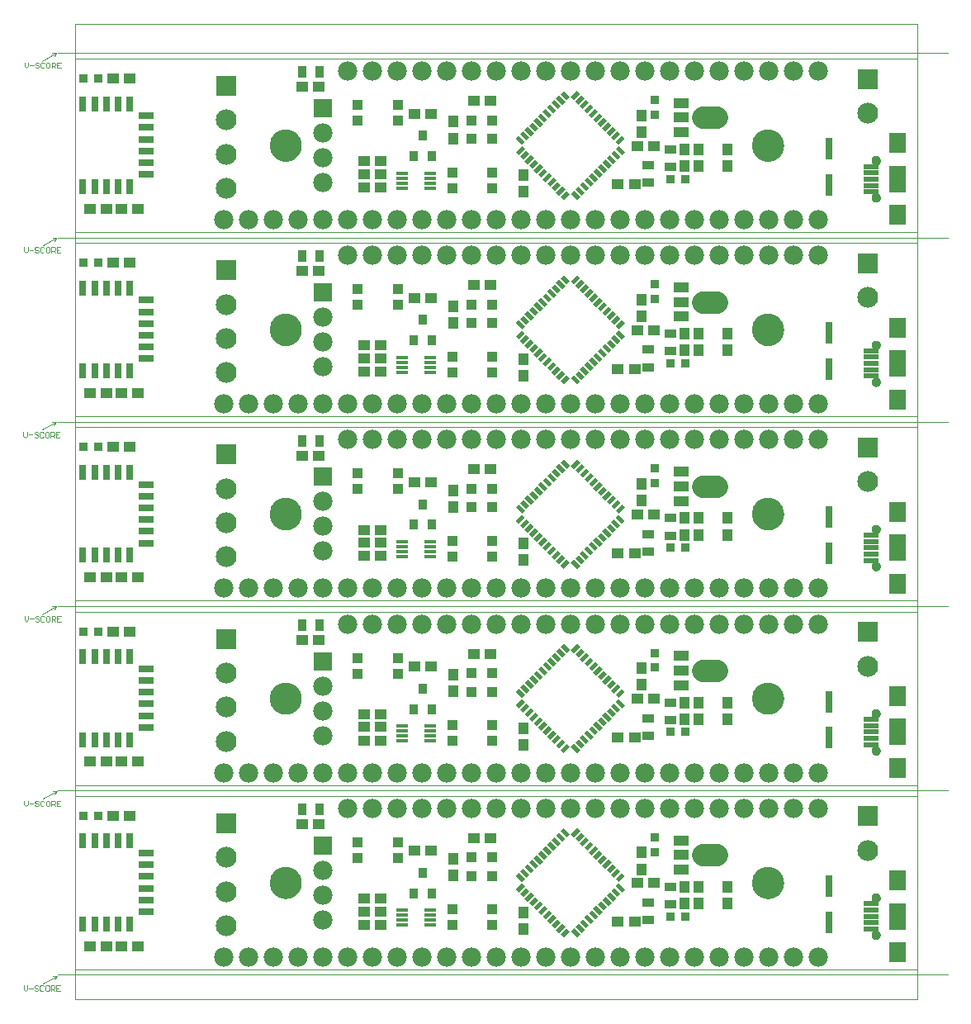
<source format=gts>
G75*
%MOIN*%
%OFA0B0*%
%FSLAX25Y25*%
%IPPOS*%
%LPD*%
%AMOC8*
5,1,8,0,0,1.08239X$1,22.5*
%
%ADD10C,0.00000*%
%ADD11C,0.12900*%
%ADD12C,0.00200*%
%ADD13R,0.04731X0.04337*%
%ADD14R,0.04337X0.04731*%
%ADD15R,0.03550X0.03550*%
%ADD16R,0.05124X0.03550*%
%ADD17C,0.07800*%
%ADD18C,0.09061*%
%ADD19R,0.06201X0.04134*%
%ADD20R,0.03550X0.01778*%
%ADD21R,0.08400X0.08400*%
%ADD22C,0.08400*%
%ADD23R,0.04600X0.01400*%
%ADD24R,0.07800X0.07800*%
%ADD25R,0.02959X0.09061*%
%ADD26R,0.03156X0.06306*%
%ADD27R,0.06306X0.03156*%
%ADD28R,0.06109X0.01975*%
%ADD29C,0.03746*%
%ADD30R,0.06693X0.07874*%
%ADD31R,0.06693X0.10630*%
%ADD32R,0.03550X0.03943*%
%ADD33R,0.03550X0.05124*%
%ADD34R,0.03943X0.04337*%
D10*
X0011100Y0007400D02*
X0016600Y0010500D01*
X0015800Y0009200D01*
X0015100Y0010500D02*
X0016600Y0010500D01*
X0016900Y0011000D02*
X0376300Y0011000D01*
X0363900Y0013200D02*
X0023900Y0013200D01*
X0023900Y0083200D01*
X0363900Y0083200D01*
X0363900Y0013200D01*
X0363900Y0001000D02*
X0363900Y0394701D01*
X0023900Y0394701D01*
X0023900Y0001000D01*
X0363900Y0001000D01*
X0345566Y0027120D02*
X0345568Y0027201D01*
X0345574Y0027283D01*
X0345584Y0027364D01*
X0345598Y0027444D01*
X0345615Y0027523D01*
X0345637Y0027602D01*
X0345662Y0027679D01*
X0345691Y0027756D01*
X0345724Y0027830D01*
X0345761Y0027903D01*
X0345800Y0027974D01*
X0345844Y0028043D01*
X0345890Y0028110D01*
X0345940Y0028174D01*
X0345993Y0028236D01*
X0346049Y0028296D01*
X0346107Y0028352D01*
X0346169Y0028406D01*
X0346233Y0028457D01*
X0346299Y0028504D01*
X0346367Y0028548D01*
X0346438Y0028589D01*
X0346510Y0028626D01*
X0346585Y0028660D01*
X0346660Y0028690D01*
X0346738Y0028716D01*
X0346816Y0028739D01*
X0346895Y0028757D01*
X0346975Y0028772D01*
X0347056Y0028783D01*
X0347137Y0028790D01*
X0347219Y0028793D01*
X0347300Y0028792D01*
X0347381Y0028787D01*
X0347462Y0028778D01*
X0347543Y0028765D01*
X0347623Y0028748D01*
X0347701Y0028728D01*
X0347779Y0028703D01*
X0347856Y0028675D01*
X0347931Y0028643D01*
X0348004Y0028608D01*
X0348075Y0028569D01*
X0348145Y0028526D01*
X0348212Y0028481D01*
X0348278Y0028432D01*
X0348340Y0028380D01*
X0348400Y0028324D01*
X0348457Y0028266D01*
X0348512Y0028206D01*
X0348563Y0028142D01*
X0348611Y0028077D01*
X0348656Y0028009D01*
X0348698Y0027939D01*
X0348736Y0027867D01*
X0348771Y0027793D01*
X0348802Y0027718D01*
X0348829Y0027641D01*
X0348852Y0027563D01*
X0348872Y0027484D01*
X0348888Y0027404D01*
X0348900Y0027323D01*
X0348908Y0027242D01*
X0348912Y0027161D01*
X0348912Y0027079D01*
X0348908Y0026998D01*
X0348900Y0026917D01*
X0348888Y0026836D01*
X0348872Y0026756D01*
X0348852Y0026677D01*
X0348829Y0026599D01*
X0348802Y0026522D01*
X0348771Y0026447D01*
X0348736Y0026373D01*
X0348698Y0026301D01*
X0348656Y0026231D01*
X0348611Y0026163D01*
X0348563Y0026098D01*
X0348512Y0026034D01*
X0348457Y0025974D01*
X0348400Y0025916D01*
X0348340Y0025860D01*
X0348278Y0025808D01*
X0348212Y0025759D01*
X0348145Y0025714D01*
X0348076Y0025671D01*
X0348004Y0025632D01*
X0347931Y0025597D01*
X0347856Y0025565D01*
X0347779Y0025537D01*
X0347701Y0025512D01*
X0347623Y0025492D01*
X0347543Y0025475D01*
X0347462Y0025462D01*
X0347381Y0025453D01*
X0347300Y0025448D01*
X0347219Y0025447D01*
X0347137Y0025450D01*
X0347056Y0025457D01*
X0346975Y0025468D01*
X0346895Y0025483D01*
X0346816Y0025501D01*
X0346738Y0025524D01*
X0346660Y0025550D01*
X0346585Y0025580D01*
X0346510Y0025614D01*
X0346438Y0025651D01*
X0346367Y0025692D01*
X0346299Y0025736D01*
X0346233Y0025783D01*
X0346169Y0025834D01*
X0346107Y0025888D01*
X0346049Y0025944D01*
X0345993Y0026004D01*
X0345940Y0026066D01*
X0345890Y0026130D01*
X0345844Y0026197D01*
X0345800Y0026266D01*
X0345761Y0026337D01*
X0345724Y0026410D01*
X0345691Y0026484D01*
X0345662Y0026561D01*
X0345637Y0026638D01*
X0345615Y0026717D01*
X0345598Y0026796D01*
X0345584Y0026876D01*
X0345574Y0026957D01*
X0345568Y0027039D01*
X0345566Y0027120D01*
X0345566Y0042080D02*
X0345568Y0042161D01*
X0345574Y0042243D01*
X0345584Y0042324D01*
X0345598Y0042404D01*
X0345615Y0042483D01*
X0345637Y0042562D01*
X0345662Y0042639D01*
X0345691Y0042716D01*
X0345724Y0042790D01*
X0345761Y0042863D01*
X0345800Y0042934D01*
X0345844Y0043003D01*
X0345890Y0043070D01*
X0345940Y0043134D01*
X0345993Y0043196D01*
X0346049Y0043256D01*
X0346107Y0043312D01*
X0346169Y0043366D01*
X0346233Y0043417D01*
X0346299Y0043464D01*
X0346367Y0043508D01*
X0346438Y0043549D01*
X0346510Y0043586D01*
X0346585Y0043620D01*
X0346660Y0043650D01*
X0346738Y0043676D01*
X0346816Y0043699D01*
X0346895Y0043717D01*
X0346975Y0043732D01*
X0347056Y0043743D01*
X0347137Y0043750D01*
X0347219Y0043753D01*
X0347300Y0043752D01*
X0347381Y0043747D01*
X0347462Y0043738D01*
X0347543Y0043725D01*
X0347623Y0043708D01*
X0347701Y0043688D01*
X0347779Y0043663D01*
X0347856Y0043635D01*
X0347931Y0043603D01*
X0348004Y0043568D01*
X0348075Y0043529D01*
X0348145Y0043486D01*
X0348212Y0043441D01*
X0348278Y0043392D01*
X0348340Y0043340D01*
X0348400Y0043284D01*
X0348457Y0043226D01*
X0348512Y0043166D01*
X0348563Y0043102D01*
X0348611Y0043037D01*
X0348656Y0042969D01*
X0348698Y0042899D01*
X0348736Y0042827D01*
X0348771Y0042753D01*
X0348802Y0042678D01*
X0348829Y0042601D01*
X0348852Y0042523D01*
X0348872Y0042444D01*
X0348888Y0042364D01*
X0348900Y0042283D01*
X0348908Y0042202D01*
X0348912Y0042121D01*
X0348912Y0042039D01*
X0348908Y0041958D01*
X0348900Y0041877D01*
X0348888Y0041796D01*
X0348872Y0041716D01*
X0348852Y0041637D01*
X0348829Y0041559D01*
X0348802Y0041482D01*
X0348771Y0041407D01*
X0348736Y0041333D01*
X0348698Y0041261D01*
X0348656Y0041191D01*
X0348611Y0041123D01*
X0348563Y0041058D01*
X0348512Y0040994D01*
X0348457Y0040934D01*
X0348400Y0040876D01*
X0348340Y0040820D01*
X0348278Y0040768D01*
X0348212Y0040719D01*
X0348145Y0040674D01*
X0348076Y0040631D01*
X0348004Y0040592D01*
X0347931Y0040557D01*
X0347856Y0040525D01*
X0347779Y0040497D01*
X0347701Y0040472D01*
X0347623Y0040452D01*
X0347543Y0040435D01*
X0347462Y0040422D01*
X0347381Y0040413D01*
X0347300Y0040408D01*
X0347219Y0040407D01*
X0347137Y0040410D01*
X0347056Y0040417D01*
X0346975Y0040428D01*
X0346895Y0040443D01*
X0346816Y0040461D01*
X0346738Y0040484D01*
X0346660Y0040510D01*
X0346585Y0040540D01*
X0346510Y0040574D01*
X0346438Y0040611D01*
X0346367Y0040652D01*
X0346299Y0040696D01*
X0346233Y0040743D01*
X0346169Y0040794D01*
X0346107Y0040848D01*
X0346049Y0040904D01*
X0345993Y0040964D01*
X0345940Y0041026D01*
X0345890Y0041090D01*
X0345844Y0041157D01*
X0345800Y0041226D01*
X0345761Y0041297D01*
X0345724Y0041370D01*
X0345691Y0041444D01*
X0345662Y0041521D01*
X0345637Y0041598D01*
X0345615Y0041677D01*
X0345598Y0041756D01*
X0345584Y0041836D01*
X0345574Y0041917D01*
X0345568Y0041999D01*
X0345566Y0042080D01*
X0376300Y0085400D02*
X0016900Y0085400D01*
X0016600Y0085200D02*
X0015800Y0083900D01*
X0015100Y0085200D02*
X0016600Y0085200D01*
X0011100Y0082100D01*
X0023900Y0087600D02*
X0023900Y0157600D01*
X0363900Y0157600D01*
X0363900Y0087600D01*
X0023900Y0087600D01*
X0010800Y0156600D02*
X0016300Y0159700D01*
X0015500Y0158400D01*
X0014800Y0159700D02*
X0016300Y0159700D01*
X0016900Y0159800D02*
X0376300Y0159800D01*
X0363900Y0162000D02*
X0023900Y0162000D01*
X0023900Y0232000D01*
X0363900Y0232000D01*
X0363900Y0162000D01*
X0345566Y0175920D02*
X0345568Y0176001D01*
X0345574Y0176083D01*
X0345584Y0176164D01*
X0345598Y0176244D01*
X0345615Y0176323D01*
X0345637Y0176402D01*
X0345662Y0176479D01*
X0345691Y0176556D01*
X0345724Y0176630D01*
X0345761Y0176703D01*
X0345800Y0176774D01*
X0345844Y0176843D01*
X0345890Y0176910D01*
X0345940Y0176974D01*
X0345993Y0177036D01*
X0346049Y0177096D01*
X0346107Y0177152D01*
X0346169Y0177206D01*
X0346233Y0177257D01*
X0346299Y0177304D01*
X0346367Y0177348D01*
X0346438Y0177389D01*
X0346510Y0177426D01*
X0346585Y0177460D01*
X0346660Y0177490D01*
X0346738Y0177516D01*
X0346816Y0177539D01*
X0346895Y0177557D01*
X0346975Y0177572D01*
X0347056Y0177583D01*
X0347137Y0177590D01*
X0347219Y0177593D01*
X0347300Y0177592D01*
X0347381Y0177587D01*
X0347462Y0177578D01*
X0347543Y0177565D01*
X0347623Y0177548D01*
X0347701Y0177528D01*
X0347779Y0177503D01*
X0347856Y0177475D01*
X0347931Y0177443D01*
X0348004Y0177408D01*
X0348075Y0177369D01*
X0348145Y0177326D01*
X0348212Y0177281D01*
X0348278Y0177232D01*
X0348340Y0177180D01*
X0348400Y0177124D01*
X0348457Y0177066D01*
X0348512Y0177006D01*
X0348563Y0176942D01*
X0348611Y0176877D01*
X0348656Y0176809D01*
X0348698Y0176739D01*
X0348736Y0176667D01*
X0348771Y0176593D01*
X0348802Y0176518D01*
X0348829Y0176441D01*
X0348852Y0176363D01*
X0348872Y0176284D01*
X0348888Y0176204D01*
X0348900Y0176123D01*
X0348908Y0176042D01*
X0348912Y0175961D01*
X0348912Y0175879D01*
X0348908Y0175798D01*
X0348900Y0175717D01*
X0348888Y0175636D01*
X0348872Y0175556D01*
X0348852Y0175477D01*
X0348829Y0175399D01*
X0348802Y0175322D01*
X0348771Y0175247D01*
X0348736Y0175173D01*
X0348698Y0175101D01*
X0348656Y0175031D01*
X0348611Y0174963D01*
X0348563Y0174898D01*
X0348512Y0174834D01*
X0348457Y0174774D01*
X0348400Y0174716D01*
X0348340Y0174660D01*
X0348278Y0174608D01*
X0348212Y0174559D01*
X0348145Y0174514D01*
X0348076Y0174471D01*
X0348004Y0174432D01*
X0347931Y0174397D01*
X0347856Y0174365D01*
X0347779Y0174337D01*
X0347701Y0174312D01*
X0347623Y0174292D01*
X0347543Y0174275D01*
X0347462Y0174262D01*
X0347381Y0174253D01*
X0347300Y0174248D01*
X0347219Y0174247D01*
X0347137Y0174250D01*
X0347056Y0174257D01*
X0346975Y0174268D01*
X0346895Y0174283D01*
X0346816Y0174301D01*
X0346738Y0174324D01*
X0346660Y0174350D01*
X0346585Y0174380D01*
X0346510Y0174414D01*
X0346438Y0174451D01*
X0346367Y0174492D01*
X0346299Y0174536D01*
X0346233Y0174583D01*
X0346169Y0174634D01*
X0346107Y0174688D01*
X0346049Y0174744D01*
X0345993Y0174804D01*
X0345940Y0174866D01*
X0345890Y0174930D01*
X0345844Y0174997D01*
X0345800Y0175066D01*
X0345761Y0175137D01*
X0345724Y0175210D01*
X0345691Y0175284D01*
X0345662Y0175361D01*
X0345637Y0175438D01*
X0345615Y0175517D01*
X0345598Y0175596D01*
X0345584Y0175676D01*
X0345574Y0175757D01*
X0345568Y0175839D01*
X0345566Y0175920D01*
X0345566Y0190880D02*
X0345568Y0190961D01*
X0345574Y0191043D01*
X0345584Y0191124D01*
X0345598Y0191204D01*
X0345615Y0191283D01*
X0345637Y0191362D01*
X0345662Y0191439D01*
X0345691Y0191516D01*
X0345724Y0191590D01*
X0345761Y0191663D01*
X0345800Y0191734D01*
X0345844Y0191803D01*
X0345890Y0191870D01*
X0345940Y0191934D01*
X0345993Y0191996D01*
X0346049Y0192056D01*
X0346107Y0192112D01*
X0346169Y0192166D01*
X0346233Y0192217D01*
X0346299Y0192264D01*
X0346367Y0192308D01*
X0346438Y0192349D01*
X0346510Y0192386D01*
X0346585Y0192420D01*
X0346660Y0192450D01*
X0346738Y0192476D01*
X0346816Y0192499D01*
X0346895Y0192517D01*
X0346975Y0192532D01*
X0347056Y0192543D01*
X0347137Y0192550D01*
X0347219Y0192553D01*
X0347300Y0192552D01*
X0347381Y0192547D01*
X0347462Y0192538D01*
X0347543Y0192525D01*
X0347623Y0192508D01*
X0347701Y0192488D01*
X0347779Y0192463D01*
X0347856Y0192435D01*
X0347931Y0192403D01*
X0348004Y0192368D01*
X0348075Y0192329D01*
X0348145Y0192286D01*
X0348212Y0192241D01*
X0348278Y0192192D01*
X0348340Y0192140D01*
X0348400Y0192084D01*
X0348457Y0192026D01*
X0348512Y0191966D01*
X0348563Y0191902D01*
X0348611Y0191837D01*
X0348656Y0191769D01*
X0348698Y0191699D01*
X0348736Y0191627D01*
X0348771Y0191553D01*
X0348802Y0191478D01*
X0348829Y0191401D01*
X0348852Y0191323D01*
X0348872Y0191244D01*
X0348888Y0191164D01*
X0348900Y0191083D01*
X0348908Y0191002D01*
X0348912Y0190921D01*
X0348912Y0190839D01*
X0348908Y0190758D01*
X0348900Y0190677D01*
X0348888Y0190596D01*
X0348872Y0190516D01*
X0348852Y0190437D01*
X0348829Y0190359D01*
X0348802Y0190282D01*
X0348771Y0190207D01*
X0348736Y0190133D01*
X0348698Y0190061D01*
X0348656Y0189991D01*
X0348611Y0189923D01*
X0348563Y0189858D01*
X0348512Y0189794D01*
X0348457Y0189734D01*
X0348400Y0189676D01*
X0348340Y0189620D01*
X0348278Y0189568D01*
X0348212Y0189519D01*
X0348145Y0189474D01*
X0348076Y0189431D01*
X0348004Y0189392D01*
X0347931Y0189357D01*
X0347856Y0189325D01*
X0347779Y0189297D01*
X0347701Y0189272D01*
X0347623Y0189252D01*
X0347543Y0189235D01*
X0347462Y0189222D01*
X0347381Y0189213D01*
X0347300Y0189208D01*
X0347219Y0189207D01*
X0347137Y0189210D01*
X0347056Y0189217D01*
X0346975Y0189228D01*
X0346895Y0189243D01*
X0346816Y0189261D01*
X0346738Y0189284D01*
X0346660Y0189310D01*
X0346585Y0189340D01*
X0346510Y0189374D01*
X0346438Y0189411D01*
X0346367Y0189452D01*
X0346299Y0189496D01*
X0346233Y0189543D01*
X0346169Y0189594D01*
X0346107Y0189648D01*
X0346049Y0189704D01*
X0345993Y0189764D01*
X0345940Y0189826D01*
X0345890Y0189890D01*
X0345844Y0189957D01*
X0345800Y0190026D01*
X0345761Y0190097D01*
X0345724Y0190170D01*
X0345691Y0190244D01*
X0345662Y0190321D01*
X0345637Y0190398D01*
X0345615Y0190477D01*
X0345598Y0190556D01*
X0345584Y0190636D01*
X0345574Y0190717D01*
X0345568Y0190799D01*
X0345566Y0190880D01*
X0297350Y0197000D02*
X0297352Y0197158D01*
X0297358Y0197315D01*
X0297368Y0197473D01*
X0297382Y0197630D01*
X0297400Y0197786D01*
X0297421Y0197943D01*
X0297447Y0198098D01*
X0297477Y0198253D01*
X0297510Y0198407D01*
X0297548Y0198560D01*
X0297589Y0198713D01*
X0297634Y0198864D01*
X0297683Y0199014D01*
X0297736Y0199162D01*
X0297792Y0199310D01*
X0297853Y0199455D01*
X0297916Y0199600D01*
X0297984Y0199742D01*
X0298055Y0199883D01*
X0298129Y0200022D01*
X0298207Y0200159D01*
X0298289Y0200294D01*
X0298373Y0200427D01*
X0298462Y0200558D01*
X0298553Y0200686D01*
X0298648Y0200813D01*
X0298745Y0200936D01*
X0298846Y0201058D01*
X0298950Y0201176D01*
X0299057Y0201292D01*
X0299167Y0201405D01*
X0299279Y0201516D01*
X0299395Y0201623D01*
X0299513Y0201728D01*
X0299633Y0201830D01*
X0299756Y0201928D01*
X0299882Y0202024D01*
X0300010Y0202116D01*
X0300140Y0202205D01*
X0300272Y0202291D01*
X0300407Y0202373D01*
X0300544Y0202452D01*
X0300682Y0202527D01*
X0300822Y0202599D01*
X0300965Y0202667D01*
X0301108Y0202732D01*
X0301254Y0202793D01*
X0301401Y0202850D01*
X0301549Y0202904D01*
X0301699Y0202954D01*
X0301849Y0203000D01*
X0302001Y0203042D01*
X0302154Y0203081D01*
X0302308Y0203115D01*
X0302463Y0203146D01*
X0302618Y0203172D01*
X0302774Y0203195D01*
X0302931Y0203214D01*
X0303088Y0203229D01*
X0303245Y0203240D01*
X0303403Y0203247D01*
X0303561Y0203250D01*
X0303718Y0203249D01*
X0303876Y0203244D01*
X0304033Y0203235D01*
X0304191Y0203222D01*
X0304347Y0203205D01*
X0304504Y0203184D01*
X0304659Y0203160D01*
X0304814Y0203131D01*
X0304969Y0203098D01*
X0305122Y0203062D01*
X0305275Y0203021D01*
X0305426Y0202977D01*
X0305576Y0202929D01*
X0305725Y0202878D01*
X0305873Y0202822D01*
X0306019Y0202763D01*
X0306164Y0202700D01*
X0306307Y0202633D01*
X0306448Y0202563D01*
X0306587Y0202490D01*
X0306725Y0202413D01*
X0306861Y0202332D01*
X0306994Y0202248D01*
X0307125Y0202161D01*
X0307254Y0202070D01*
X0307381Y0201976D01*
X0307506Y0201879D01*
X0307627Y0201779D01*
X0307747Y0201676D01*
X0307863Y0201570D01*
X0307977Y0201461D01*
X0308089Y0201349D01*
X0308197Y0201235D01*
X0308302Y0201117D01*
X0308405Y0200997D01*
X0308504Y0200875D01*
X0308600Y0200750D01*
X0308693Y0200622D01*
X0308783Y0200493D01*
X0308869Y0200361D01*
X0308953Y0200227D01*
X0309032Y0200091D01*
X0309109Y0199953D01*
X0309181Y0199813D01*
X0309250Y0199671D01*
X0309316Y0199528D01*
X0309378Y0199383D01*
X0309436Y0199236D01*
X0309491Y0199088D01*
X0309542Y0198939D01*
X0309589Y0198788D01*
X0309632Y0198637D01*
X0309671Y0198484D01*
X0309707Y0198330D01*
X0309738Y0198176D01*
X0309766Y0198021D01*
X0309790Y0197865D01*
X0309810Y0197708D01*
X0309826Y0197551D01*
X0309838Y0197394D01*
X0309846Y0197237D01*
X0309850Y0197079D01*
X0309850Y0196921D01*
X0309846Y0196763D01*
X0309838Y0196606D01*
X0309826Y0196449D01*
X0309810Y0196292D01*
X0309790Y0196135D01*
X0309766Y0195979D01*
X0309738Y0195824D01*
X0309707Y0195670D01*
X0309671Y0195516D01*
X0309632Y0195363D01*
X0309589Y0195212D01*
X0309542Y0195061D01*
X0309491Y0194912D01*
X0309436Y0194764D01*
X0309378Y0194617D01*
X0309316Y0194472D01*
X0309250Y0194329D01*
X0309181Y0194187D01*
X0309109Y0194047D01*
X0309032Y0193909D01*
X0308953Y0193773D01*
X0308869Y0193639D01*
X0308783Y0193507D01*
X0308693Y0193378D01*
X0308600Y0193250D01*
X0308504Y0193125D01*
X0308405Y0193003D01*
X0308302Y0192883D01*
X0308197Y0192765D01*
X0308089Y0192651D01*
X0307977Y0192539D01*
X0307863Y0192430D01*
X0307747Y0192324D01*
X0307627Y0192221D01*
X0307506Y0192121D01*
X0307381Y0192024D01*
X0307254Y0191930D01*
X0307125Y0191839D01*
X0306994Y0191752D01*
X0306861Y0191668D01*
X0306725Y0191587D01*
X0306587Y0191510D01*
X0306448Y0191437D01*
X0306307Y0191367D01*
X0306164Y0191300D01*
X0306019Y0191237D01*
X0305873Y0191178D01*
X0305725Y0191122D01*
X0305576Y0191071D01*
X0305426Y0191023D01*
X0305275Y0190979D01*
X0305122Y0190938D01*
X0304969Y0190902D01*
X0304814Y0190869D01*
X0304659Y0190840D01*
X0304504Y0190816D01*
X0304347Y0190795D01*
X0304191Y0190778D01*
X0304033Y0190765D01*
X0303876Y0190756D01*
X0303718Y0190751D01*
X0303561Y0190750D01*
X0303403Y0190753D01*
X0303245Y0190760D01*
X0303088Y0190771D01*
X0302931Y0190786D01*
X0302774Y0190805D01*
X0302618Y0190828D01*
X0302463Y0190854D01*
X0302308Y0190885D01*
X0302154Y0190919D01*
X0302001Y0190958D01*
X0301849Y0191000D01*
X0301699Y0191046D01*
X0301549Y0191096D01*
X0301401Y0191150D01*
X0301254Y0191207D01*
X0301108Y0191268D01*
X0300965Y0191333D01*
X0300822Y0191401D01*
X0300682Y0191473D01*
X0300544Y0191548D01*
X0300407Y0191627D01*
X0300272Y0191709D01*
X0300140Y0191795D01*
X0300010Y0191884D01*
X0299882Y0191976D01*
X0299756Y0192072D01*
X0299633Y0192170D01*
X0299513Y0192272D01*
X0299395Y0192377D01*
X0299279Y0192484D01*
X0299167Y0192595D01*
X0299057Y0192708D01*
X0298950Y0192824D01*
X0298846Y0192942D01*
X0298745Y0193064D01*
X0298648Y0193187D01*
X0298553Y0193314D01*
X0298462Y0193442D01*
X0298373Y0193573D01*
X0298289Y0193706D01*
X0298207Y0193841D01*
X0298129Y0193978D01*
X0298055Y0194117D01*
X0297984Y0194258D01*
X0297916Y0194400D01*
X0297853Y0194545D01*
X0297792Y0194690D01*
X0297736Y0194838D01*
X0297683Y0194986D01*
X0297634Y0195136D01*
X0297589Y0195287D01*
X0297548Y0195440D01*
X0297510Y0195593D01*
X0297477Y0195747D01*
X0297447Y0195902D01*
X0297421Y0196057D01*
X0297400Y0196214D01*
X0297382Y0196370D01*
X0297368Y0196527D01*
X0297358Y0196685D01*
X0297352Y0196842D01*
X0297350Y0197000D01*
X0345566Y0250320D02*
X0345568Y0250401D01*
X0345574Y0250483D01*
X0345584Y0250564D01*
X0345598Y0250644D01*
X0345615Y0250723D01*
X0345637Y0250802D01*
X0345662Y0250879D01*
X0345691Y0250956D01*
X0345724Y0251030D01*
X0345761Y0251103D01*
X0345800Y0251174D01*
X0345844Y0251243D01*
X0345890Y0251310D01*
X0345940Y0251374D01*
X0345993Y0251436D01*
X0346049Y0251496D01*
X0346107Y0251552D01*
X0346169Y0251606D01*
X0346233Y0251657D01*
X0346299Y0251704D01*
X0346367Y0251748D01*
X0346438Y0251789D01*
X0346510Y0251826D01*
X0346585Y0251860D01*
X0346660Y0251890D01*
X0346738Y0251916D01*
X0346816Y0251939D01*
X0346895Y0251957D01*
X0346975Y0251972D01*
X0347056Y0251983D01*
X0347137Y0251990D01*
X0347219Y0251993D01*
X0347300Y0251992D01*
X0347381Y0251987D01*
X0347462Y0251978D01*
X0347543Y0251965D01*
X0347623Y0251948D01*
X0347701Y0251928D01*
X0347779Y0251903D01*
X0347856Y0251875D01*
X0347931Y0251843D01*
X0348004Y0251808D01*
X0348075Y0251769D01*
X0348145Y0251726D01*
X0348212Y0251681D01*
X0348278Y0251632D01*
X0348340Y0251580D01*
X0348400Y0251524D01*
X0348457Y0251466D01*
X0348512Y0251406D01*
X0348563Y0251342D01*
X0348611Y0251277D01*
X0348656Y0251209D01*
X0348698Y0251139D01*
X0348736Y0251067D01*
X0348771Y0250993D01*
X0348802Y0250918D01*
X0348829Y0250841D01*
X0348852Y0250763D01*
X0348872Y0250684D01*
X0348888Y0250604D01*
X0348900Y0250523D01*
X0348908Y0250442D01*
X0348912Y0250361D01*
X0348912Y0250279D01*
X0348908Y0250198D01*
X0348900Y0250117D01*
X0348888Y0250036D01*
X0348872Y0249956D01*
X0348852Y0249877D01*
X0348829Y0249799D01*
X0348802Y0249722D01*
X0348771Y0249647D01*
X0348736Y0249573D01*
X0348698Y0249501D01*
X0348656Y0249431D01*
X0348611Y0249363D01*
X0348563Y0249298D01*
X0348512Y0249234D01*
X0348457Y0249174D01*
X0348400Y0249116D01*
X0348340Y0249060D01*
X0348278Y0249008D01*
X0348212Y0248959D01*
X0348145Y0248914D01*
X0348076Y0248871D01*
X0348004Y0248832D01*
X0347931Y0248797D01*
X0347856Y0248765D01*
X0347779Y0248737D01*
X0347701Y0248712D01*
X0347623Y0248692D01*
X0347543Y0248675D01*
X0347462Y0248662D01*
X0347381Y0248653D01*
X0347300Y0248648D01*
X0347219Y0248647D01*
X0347137Y0248650D01*
X0347056Y0248657D01*
X0346975Y0248668D01*
X0346895Y0248683D01*
X0346816Y0248701D01*
X0346738Y0248724D01*
X0346660Y0248750D01*
X0346585Y0248780D01*
X0346510Y0248814D01*
X0346438Y0248851D01*
X0346367Y0248892D01*
X0346299Y0248936D01*
X0346233Y0248983D01*
X0346169Y0249034D01*
X0346107Y0249088D01*
X0346049Y0249144D01*
X0345993Y0249204D01*
X0345940Y0249266D01*
X0345890Y0249330D01*
X0345844Y0249397D01*
X0345800Y0249466D01*
X0345761Y0249537D01*
X0345724Y0249610D01*
X0345691Y0249684D01*
X0345662Y0249761D01*
X0345637Y0249838D01*
X0345615Y0249917D01*
X0345598Y0249996D01*
X0345584Y0250076D01*
X0345574Y0250157D01*
X0345568Y0250239D01*
X0345566Y0250320D01*
X0345566Y0265280D02*
X0345568Y0265361D01*
X0345574Y0265443D01*
X0345584Y0265524D01*
X0345598Y0265604D01*
X0345615Y0265683D01*
X0345637Y0265762D01*
X0345662Y0265839D01*
X0345691Y0265916D01*
X0345724Y0265990D01*
X0345761Y0266063D01*
X0345800Y0266134D01*
X0345844Y0266203D01*
X0345890Y0266270D01*
X0345940Y0266334D01*
X0345993Y0266396D01*
X0346049Y0266456D01*
X0346107Y0266512D01*
X0346169Y0266566D01*
X0346233Y0266617D01*
X0346299Y0266664D01*
X0346367Y0266708D01*
X0346438Y0266749D01*
X0346510Y0266786D01*
X0346585Y0266820D01*
X0346660Y0266850D01*
X0346738Y0266876D01*
X0346816Y0266899D01*
X0346895Y0266917D01*
X0346975Y0266932D01*
X0347056Y0266943D01*
X0347137Y0266950D01*
X0347219Y0266953D01*
X0347300Y0266952D01*
X0347381Y0266947D01*
X0347462Y0266938D01*
X0347543Y0266925D01*
X0347623Y0266908D01*
X0347701Y0266888D01*
X0347779Y0266863D01*
X0347856Y0266835D01*
X0347931Y0266803D01*
X0348004Y0266768D01*
X0348075Y0266729D01*
X0348145Y0266686D01*
X0348212Y0266641D01*
X0348278Y0266592D01*
X0348340Y0266540D01*
X0348400Y0266484D01*
X0348457Y0266426D01*
X0348512Y0266366D01*
X0348563Y0266302D01*
X0348611Y0266237D01*
X0348656Y0266169D01*
X0348698Y0266099D01*
X0348736Y0266027D01*
X0348771Y0265953D01*
X0348802Y0265878D01*
X0348829Y0265801D01*
X0348852Y0265723D01*
X0348872Y0265644D01*
X0348888Y0265564D01*
X0348900Y0265483D01*
X0348908Y0265402D01*
X0348912Y0265321D01*
X0348912Y0265239D01*
X0348908Y0265158D01*
X0348900Y0265077D01*
X0348888Y0264996D01*
X0348872Y0264916D01*
X0348852Y0264837D01*
X0348829Y0264759D01*
X0348802Y0264682D01*
X0348771Y0264607D01*
X0348736Y0264533D01*
X0348698Y0264461D01*
X0348656Y0264391D01*
X0348611Y0264323D01*
X0348563Y0264258D01*
X0348512Y0264194D01*
X0348457Y0264134D01*
X0348400Y0264076D01*
X0348340Y0264020D01*
X0348278Y0263968D01*
X0348212Y0263919D01*
X0348145Y0263874D01*
X0348076Y0263831D01*
X0348004Y0263792D01*
X0347931Y0263757D01*
X0347856Y0263725D01*
X0347779Y0263697D01*
X0347701Y0263672D01*
X0347623Y0263652D01*
X0347543Y0263635D01*
X0347462Y0263622D01*
X0347381Y0263613D01*
X0347300Y0263608D01*
X0347219Y0263607D01*
X0347137Y0263610D01*
X0347056Y0263617D01*
X0346975Y0263628D01*
X0346895Y0263643D01*
X0346816Y0263661D01*
X0346738Y0263684D01*
X0346660Y0263710D01*
X0346585Y0263740D01*
X0346510Y0263774D01*
X0346438Y0263811D01*
X0346367Y0263852D01*
X0346299Y0263896D01*
X0346233Y0263943D01*
X0346169Y0263994D01*
X0346107Y0264048D01*
X0346049Y0264104D01*
X0345993Y0264164D01*
X0345940Y0264226D01*
X0345890Y0264290D01*
X0345844Y0264357D01*
X0345800Y0264426D01*
X0345761Y0264497D01*
X0345724Y0264570D01*
X0345691Y0264644D01*
X0345662Y0264721D01*
X0345637Y0264798D01*
X0345615Y0264877D01*
X0345598Y0264956D01*
X0345584Y0265036D01*
X0345574Y0265117D01*
X0345568Y0265199D01*
X0345566Y0265280D01*
X0363900Y0236400D02*
X0023900Y0236400D01*
X0023900Y0306400D01*
X0363900Y0306400D01*
X0363900Y0236400D01*
X0376300Y0234200D02*
X0016900Y0234200D01*
X0016200Y0234100D02*
X0015400Y0232800D01*
X0014700Y0234100D02*
X0016200Y0234100D01*
X0010700Y0231000D01*
X0010900Y0305400D02*
X0016400Y0308500D01*
X0015600Y0307200D01*
X0014900Y0308500D02*
X0016400Y0308500D01*
X0016900Y0308600D02*
X0376300Y0308600D01*
X0363900Y0310800D02*
X0023900Y0310800D01*
X0023900Y0380800D01*
X0363900Y0380800D01*
X0363900Y0310800D01*
X0345566Y0324720D02*
X0345568Y0324801D01*
X0345574Y0324883D01*
X0345584Y0324964D01*
X0345598Y0325044D01*
X0345615Y0325123D01*
X0345637Y0325202D01*
X0345662Y0325279D01*
X0345691Y0325356D01*
X0345724Y0325430D01*
X0345761Y0325503D01*
X0345800Y0325574D01*
X0345844Y0325643D01*
X0345890Y0325710D01*
X0345940Y0325774D01*
X0345993Y0325836D01*
X0346049Y0325896D01*
X0346107Y0325952D01*
X0346169Y0326006D01*
X0346233Y0326057D01*
X0346299Y0326104D01*
X0346367Y0326148D01*
X0346438Y0326189D01*
X0346510Y0326226D01*
X0346585Y0326260D01*
X0346660Y0326290D01*
X0346738Y0326316D01*
X0346816Y0326339D01*
X0346895Y0326357D01*
X0346975Y0326372D01*
X0347056Y0326383D01*
X0347137Y0326390D01*
X0347219Y0326393D01*
X0347300Y0326392D01*
X0347381Y0326387D01*
X0347462Y0326378D01*
X0347543Y0326365D01*
X0347623Y0326348D01*
X0347701Y0326328D01*
X0347779Y0326303D01*
X0347856Y0326275D01*
X0347931Y0326243D01*
X0348004Y0326208D01*
X0348075Y0326169D01*
X0348145Y0326126D01*
X0348212Y0326081D01*
X0348278Y0326032D01*
X0348340Y0325980D01*
X0348400Y0325924D01*
X0348457Y0325866D01*
X0348512Y0325806D01*
X0348563Y0325742D01*
X0348611Y0325677D01*
X0348656Y0325609D01*
X0348698Y0325539D01*
X0348736Y0325467D01*
X0348771Y0325393D01*
X0348802Y0325318D01*
X0348829Y0325241D01*
X0348852Y0325163D01*
X0348872Y0325084D01*
X0348888Y0325004D01*
X0348900Y0324923D01*
X0348908Y0324842D01*
X0348912Y0324761D01*
X0348912Y0324679D01*
X0348908Y0324598D01*
X0348900Y0324517D01*
X0348888Y0324436D01*
X0348872Y0324356D01*
X0348852Y0324277D01*
X0348829Y0324199D01*
X0348802Y0324122D01*
X0348771Y0324047D01*
X0348736Y0323973D01*
X0348698Y0323901D01*
X0348656Y0323831D01*
X0348611Y0323763D01*
X0348563Y0323698D01*
X0348512Y0323634D01*
X0348457Y0323574D01*
X0348400Y0323516D01*
X0348340Y0323460D01*
X0348278Y0323408D01*
X0348212Y0323359D01*
X0348145Y0323314D01*
X0348076Y0323271D01*
X0348004Y0323232D01*
X0347931Y0323197D01*
X0347856Y0323165D01*
X0347779Y0323137D01*
X0347701Y0323112D01*
X0347623Y0323092D01*
X0347543Y0323075D01*
X0347462Y0323062D01*
X0347381Y0323053D01*
X0347300Y0323048D01*
X0347219Y0323047D01*
X0347137Y0323050D01*
X0347056Y0323057D01*
X0346975Y0323068D01*
X0346895Y0323083D01*
X0346816Y0323101D01*
X0346738Y0323124D01*
X0346660Y0323150D01*
X0346585Y0323180D01*
X0346510Y0323214D01*
X0346438Y0323251D01*
X0346367Y0323292D01*
X0346299Y0323336D01*
X0346233Y0323383D01*
X0346169Y0323434D01*
X0346107Y0323488D01*
X0346049Y0323544D01*
X0345993Y0323604D01*
X0345940Y0323666D01*
X0345890Y0323730D01*
X0345844Y0323797D01*
X0345800Y0323866D01*
X0345761Y0323937D01*
X0345724Y0324010D01*
X0345691Y0324084D01*
X0345662Y0324161D01*
X0345637Y0324238D01*
X0345615Y0324317D01*
X0345598Y0324396D01*
X0345584Y0324476D01*
X0345574Y0324557D01*
X0345568Y0324639D01*
X0345566Y0324720D01*
X0345566Y0339680D02*
X0345568Y0339761D01*
X0345574Y0339843D01*
X0345584Y0339924D01*
X0345598Y0340004D01*
X0345615Y0340083D01*
X0345637Y0340162D01*
X0345662Y0340239D01*
X0345691Y0340316D01*
X0345724Y0340390D01*
X0345761Y0340463D01*
X0345800Y0340534D01*
X0345844Y0340603D01*
X0345890Y0340670D01*
X0345940Y0340734D01*
X0345993Y0340796D01*
X0346049Y0340856D01*
X0346107Y0340912D01*
X0346169Y0340966D01*
X0346233Y0341017D01*
X0346299Y0341064D01*
X0346367Y0341108D01*
X0346438Y0341149D01*
X0346510Y0341186D01*
X0346585Y0341220D01*
X0346660Y0341250D01*
X0346738Y0341276D01*
X0346816Y0341299D01*
X0346895Y0341317D01*
X0346975Y0341332D01*
X0347056Y0341343D01*
X0347137Y0341350D01*
X0347219Y0341353D01*
X0347300Y0341352D01*
X0347381Y0341347D01*
X0347462Y0341338D01*
X0347543Y0341325D01*
X0347623Y0341308D01*
X0347701Y0341288D01*
X0347779Y0341263D01*
X0347856Y0341235D01*
X0347931Y0341203D01*
X0348004Y0341168D01*
X0348075Y0341129D01*
X0348145Y0341086D01*
X0348212Y0341041D01*
X0348278Y0340992D01*
X0348340Y0340940D01*
X0348400Y0340884D01*
X0348457Y0340826D01*
X0348512Y0340766D01*
X0348563Y0340702D01*
X0348611Y0340637D01*
X0348656Y0340569D01*
X0348698Y0340499D01*
X0348736Y0340427D01*
X0348771Y0340353D01*
X0348802Y0340278D01*
X0348829Y0340201D01*
X0348852Y0340123D01*
X0348872Y0340044D01*
X0348888Y0339964D01*
X0348900Y0339883D01*
X0348908Y0339802D01*
X0348912Y0339721D01*
X0348912Y0339639D01*
X0348908Y0339558D01*
X0348900Y0339477D01*
X0348888Y0339396D01*
X0348872Y0339316D01*
X0348852Y0339237D01*
X0348829Y0339159D01*
X0348802Y0339082D01*
X0348771Y0339007D01*
X0348736Y0338933D01*
X0348698Y0338861D01*
X0348656Y0338791D01*
X0348611Y0338723D01*
X0348563Y0338658D01*
X0348512Y0338594D01*
X0348457Y0338534D01*
X0348400Y0338476D01*
X0348340Y0338420D01*
X0348278Y0338368D01*
X0348212Y0338319D01*
X0348145Y0338274D01*
X0348076Y0338231D01*
X0348004Y0338192D01*
X0347931Y0338157D01*
X0347856Y0338125D01*
X0347779Y0338097D01*
X0347701Y0338072D01*
X0347623Y0338052D01*
X0347543Y0338035D01*
X0347462Y0338022D01*
X0347381Y0338013D01*
X0347300Y0338008D01*
X0347219Y0338007D01*
X0347137Y0338010D01*
X0347056Y0338017D01*
X0346975Y0338028D01*
X0346895Y0338043D01*
X0346816Y0338061D01*
X0346738Y0338084D01*
X0346660Y0338110D01*
X0346585Y0338140D01*
X0346510Y0338174D01*
X0346438Y0338211D01*
X0346367Y0338252D01*
X0346299Y0338296D01*
X0346233Y0338343D01*
X0346169Y0338394D01*
X0346107Y0338448D01*
X0346049Y0338504D01*
X0345993Y0338564D01*
X0345940Y0338626D01*
X0345890Y0338690D01*
X0345844Y0338757D01*
X0345800Y0338826D01*
X0345761Y0338897D01*
X0345724Y0338970D01*
X0345691Y0339044D01*
X0345662Y0339121D01*
X0345637Y0339198D01*
X0345615Y0339277D01*
X0345598Y0339356D01*
X0345584Y0339436D01*
X0345574Y0339517D01*
X0345568Y0339599D01*
X0345566Y0339680D01*
X0376300Y0383000D02*
X0016900Y0383000D01*
X0016300Y0383000D02*
X0015500Y0381700D01*
X0014800Y0383000D02*
X0016300Y0383000D01*
X0010800Y0379900D01*
X0102650Y0345800D02*
X0102652Y0345958D01*
X0102658Y0346115D01*
X0102668Y0346273D01*
X0102682Y0346430D01*
X0102700Y0346586D01*
X0102721Y0346743D01*
X0102747Y0346898D01*
X0102777Y0347053D01*
X0102810Y0347207D01*
X0102848Y0347360D01*
X0102889Y0347513D01*
X0102934Y0347664D01*
X0102983Y0347814D01*
X0103036Y0347962D01*
X0103092Y0348110D01*
X0103153Y0348255D01*
X0103216Y0348400D01*
X0103284Y0348542D01*
X0103355Y0348683D01*
X0103429Y0348822D01*
X0103507Y0348959D01*
X0103589Y0349094D01*
X0103673Y0349227D01*
X0103762Y0349358D01*
X0103853Y0349486D01*
X0103948Y0349613D01*
X0104045Y0349736D01*
X0104146Y0349858D01*
X0104250Y0349976D01*
X0104357Y0350092D01*
X0104467Y0350205D01*
X0104579Y0350316D01*
X0104695Y0350423D01*
X0104813Y0350528D01*
X0104933Y0350630D01*
X0105056Y0350728D01*
X0105182Y0350824D01*
X0105310Y0350916D01*
X0105440Y0351005D01*
X0105572Y0351091D01*
X0105707Y0351173D01*
X0105844Y0351252D01*
X0105982Y0351327D01*
X0106122Y0351399D01*
X0106265Y0351467D01*
X0106408Y0351532D01*
X0106554Y0351593D01*
X0106701Y0351650D01*
X0106849Y0351704D01*
X0106999Y0351754D01*
X0107149Y0351800D01*
X0107301Y0351842D01*
X0107454Y0351881D01*
X0107608Y0351915D01*
X0107763Y0351946D01*
X0107918Y0351972D01*
X0108074Y0351995D01*
X0108231Y0352014D01*
X0108388Y0352029D01*
X0108545Y0352040D01*
X0108703Y0352047D01*
X0108861Y0352050D01*
X0109018Y0352049D01*
X0109176Y0352044D01*
X0109333Y0352035D01*
X0109491Y0352022D01*
X0109647Y0352005D01*
X0109804Y0351984D01*
X0109959Y0351960D01*
X0110114Y0351931D01*
X0110269Y0351898D01*
X0110422Y0351862D01*
X0110575Y0351821D01*
X0110726Y0351777D01*
X0110876Y0351729D01*
X0111025Y0351678D01*
X0111173Y0351622D01*
X0111319Y0351563D01*
X0111464Y0351500D01*
X0111607Y0351433D01*
X0111748Y0351363D01*
X0111887Y0351290D01*
X0112025Y0351213D01*
X0112161Y0351132D01*
X0112294Y0351048D01*
X0112425Y0350961D01*
X0112554Y0350870D01*
X0112681Y0350776D01*
X0112806Y0350679D01*
X0112927Y0350579D01*
X0113047Y0350476D01*
X0113163Y0350370D01*
X0113277Y0350261D01*
X0113389Y0350149D01*
X0113497Y0350035D01*
X0113602Y0349917D01*
X0113705Y0349797D01*
X0113804Y0349675D01*
X0113900Y0349550D01*
X0113993Y0349422D01*
X0114083Y0349293D01*
X0114169Y0349161D01*
X0114253Y0349027D01*
X0114332Y0348891D01*
X0114409Y0348753D01*
X0114481Y0348613D01*
X0114550Y0348471D01*
X0114616Y0348328D01*
X0114678Y0348183D01*
X0114736Y0348036D01*
X0114791Y0347888D01*
X0114842Y0347739D01*
X0114889Y0347588D01*
X0114932Y0347437D01*
X0114971Y0347284D01*
X0115007Y0347130D01*
X0115038Y0346976D01*
X0115066Y0346821D01*
X0115090Y0346665D01*
X0115110Y0346508D01*
X0115126Y0346351D01*
X0115138Y0346194D01*
X0115146Y0346037D01*
X0115150Y0345879D01*
X0115150Y0345721D01*
X0115146Y0345563D01*
X0115138Y0345406D01*
X0115126Y0345249D01*
X0115110Y0345092D01*
X0115090Y0344935D01*
X0115066Y0344779D01*
X0115038Y0344624D01*
X0115007Y0344470D01*
X0114971Y0344316D01*
X0114932Y0344163D01*
X0114889Y0344012D01*
X0114842Y0343861D01*
X0114791Y0343712D01*
X0114736Y0343564D01*
X0114678Y0343417D01*
X0114616Y0343272D01*
X0114550Y0343129D01*
X0114481Y0342987D01*
X0114409Y0342847D01*
X0114332Y0342709D01*
X0114253Y0342573D01*
X0114169Y0342439D01*
X0114083Y0342307D01*
X0113993Y0342178D01*
X0113900Y0342050D01*
X0113804Y0341925D01*
X0113705Y0341803D01*
X0113602Y0341683D01*
X0113497Y0341565D01*
X0113389Y0341451D01*
X0113277Y0341339D01*
X0113163Y0341230D01*
X0113047Y0341124D01*
X0112927Y0341021D01*
X0112806Y0340921D01*
X0112681Y0340824D01*
X0112554Y0340730D01*
X0112425Y0340639D01*
X0112294Y0340552D01*
X0112161Y0340468D01*
X0112025Y0340387D01*
X0111887Y0340310D01*
X0111748Y0340237D01*
X0111607Y0340167D01*
X0111464Y0340100D01*
X0111319Y0340037D01*
X0111173Y0339978D01*
X0111025Y0339922D01*
X0110876Y0339871D01*
X0110726Y0339823D01*
X0110575Y0339779D01*
X0110422Y0339738D01*
X0110269Y0339702D01*
X0110114Y0339669D01*
X0109959Y0339640D01*
X0109804Y0339616D01*
X0109647Y0339595D01*
X0109491Y0339578D01*
X0109333Y0339565D01*
X0109176Y0339556D01*
X0109018Y0339551D01*
X0108861Y0339550D01*
X0108703Y0339553D01*
X0108545Y0339560D01*
X0108388Y0339571D01*
X0108231Y0339586D01*
X0108074Y0339605D01*
X0107918Y0339628D01*
X0107763Y0339654D01*
X0107608Y0339685D01*
X0107454Y0339719D01*
X0107301Y0339758D01*
X0107149Y0339800D01*
X0106999Y0339846D01*
X0106849Y0339896D01*
X0106701Y0339950D01*
X0106554Y0340007D01*
X0106408Y0340068D01*
X0106265Y0340133D01*
X0106122Y0340201D01*
X0105982Y0340273D01*
X0105844Y0340348D01*
X0105707Y0340427D01*
X0105572Y0340509D01*
X0105440Y0340595D01*
X0105310Y0340684D01*
X0105182Y0340776D01*
X0105056Y0340872D01*
X0104933Y0340970D01*
X0104813Y0341072D01*
X0104695Y0341177D01*
X0104579Y0341284D01*
X0104467Y0341395D01*
X0104357Y0341508D01*
X0104250Y0341624D01*
X0104146Y0341742D01*
X0104045Y0341864D01*
X0103948Y0341987D01*
X0103853Y0342114D01*
X0103762Y0342242D01*
X0103673Y0342373D01*
X0103589Y0342506D01*
X0103507Y0342641D01*
X0103429Y0342778D01*
X0103355Y0342917D01*
X0103284Y0343058D01*
X0103216Y0343200D01*
X0103153Y0343345D01*
X0103092Y0343490D01*
X0103036Y0343638D01*
X0102983Y0343786D01*
X0102934Y0343936D01*
X0102889Y0344087D01*
X0102848Y0344240D01*
X0102810Y0344393D01*
X0102777Y0344547D01*
X0102747Y0344702D01*
X0102721Y0344857D01*
X0102700Y0345014D01*
X0102682Y0345170D01*
X0102668Y0345327D01*
X0102658Y0345485D01*
X0102652Y0345642D01*
X0102650Y0345800D01*
X0102650Y0271400D02*
X0102652Y0271558D01*
X0102658Y0271715D01*
X0102668Y0271873D01*
X0102682Y0272030D01*
X0102700Y0272186D01*
X0102721Y0272343D01*
X0102747Y0272498D01*
X0102777Y0272653D01*
X0102810Y0272807D01*
X0102848Y0272960D01*
X0102889Y0273113D01*
X0102934Y0273264D01*
X0102983Y0273414D01*
X0103036Y0273562D01*
X0103092Y0273710D01*
X0103153Y0273855D01*
X0103216Y0274000D01*
X0103284Y0274142D01*
X0103355Y0274283D01*
X0103429Y0274422D01*
X0103507Y0274559D01*
X0103589Y0274694D01*
X0103673Y0274827D01*
X0103762Y0274958D01*
X0103853Y0275086D01*
X0103948Y0275213D01*
X0104045Y0275336D01*
X0104146Y0275458D01*
X0104250Y0275576D01*
X0104357Y0275692D01*
X0104467Y0275805D01*
X0104579Y0275916D01*
X0104695Y0276023D01*
X0104813Y0276128D01*
X0104933Y0276230D01*
X0105056Y0276328D01*
X0105182Y0276424D01*
X0105310Y0276516D01*
X0105440Y0276605D01*
X0105572Y0276691D01*
X0105707Y0276773D01*
X0105844Y0276852D01*
X0105982Y0276927D01*
X0106122Y0276999D01*
X0106265Y0277067D01*
X0106408Y0277132D01*
X0106554Y0277193D01*
X0106701Y0277250D01*
X0106849Y0277304D01*
X0106999Y0277354D01*
X0107149Y0277400D01*
X0107301Y0277442D01*
X0107454Y0277481D01*
X0107608Y0277515D01*
X0107763Y0277546D01*
X0107918Y0277572D01*
X0108074Y0277595D01*
X0108231Y0277614D01*
X0108388Y0277629D01*
X0108545Y0277640D01*
X0108703Y0277647D01*
X0108861Y0277650D01*
X0109018Y0277649D01*
X0109176Y0277644D01*
X0109333Y0277635D01*
X0109491Y0277622D01*
X0109647Y0277605D01*
X0109804Y0277584D01*
X0109959Y0277560D01*
X0110114Y0277531D01*
X0110269Y0277498D01*
X0110422Y0277462D01*
X0110575Y0277421D01*
X0110726Y0277377D01*
X0110876Y0277329D01*
X0111025Y0277278D01*
X0111173Y0277222D01*
X0111319Y0277163D01*
X0111464Y0277100D01*
X0111607Y0277033D01*
X0111748Y0276963D01*
X0111887Y0276890D01*
X0112025Y0276813D01*
X0112161Y0276732D01*
X0112294Y0276648D01*
X0112425Y0276561D01*
X0112554Y0276470D01*
X0112681Y0276376D01*
X0112806Y0276279D01*
X0112927Y0276179D01*
X0113047Y0276076D01*
X0113163Y0275970D01*
X0113277Y0275861D01*
X0113389Y0275749D01*
X0113497Y0275635D01*
X0113602Y0275517D01*
X0113705Y0275397D01*
X0113804Y0275275D01*
X0113900Y0275150D01*
X0113993Y0275022D01*
X0114083Y0274893D01*
X0114169Y0274761D01*
X0114253Y0274627D01*
X0114332Y0274491D01*
X0114409Y0274353D01*
X0114481Y0274213D01*
X0114550Y0274071D01*
X0114616Y0273928D01*
X0114678Y0273783D01*
X0114736Y0273636D01*
X0114791Y0273488D01*
X0114842Y0273339D01*
X0114889Y0273188D01*
X0114932Y0273037D01*
X0114971Y0272884D01*
X0115007Y0272730D01*
X0115038Y0272576D01*
X0115066Y0272421D01*
X0115090Y0272265D01*
X0115110Y0272108D01*
X0115126Y0271951D01*
X0115138Y0271794D01*
X0115146Y0271637D01*
X0115150Y0271479D01*
X0115150Y0271321D01*
X0115146Y0271163D01*
X0115138Y0271006D01*
X0115126Y0270849D01*
X0115110Y0270692D01*
X0115090Y0270535D01*
X0115066Y0270379D01*
X0115038Y0270224D01*
X0115007Y0270070D01*
X0114971Y0269916D01*
X0114932Y0269763D01*
X0114889Y0269612D01*
X0114842Y0269461D01*
X0114791Y0269312D01*
X0114736Y0269164D01*
X0114678Y0269017D01*
X0114616Y0268872D01*
X0114550Y0268729D01*
X0114481Y0268587D01*
X0114409Y0268447D01*
X0114332Y0268309D01*
X0114253Y0268173D01*
X0114169Y0268039D01*
X0114083Y0267907D01*
X0113993Y0267778D01*
X0113900Y0267650D01*
X0113804Y0267525D01*
X0113705Y0267403D01*
X0113602Y0267283D01*
X0113497Y0267165D01*
X0113389Y0267051D01*
X0113277Y0266939D01*
X0113163Y0266830D01*
X0113047Y0266724D01*
X0112927Y0266621D01*
X0112806Y0266521D01*
X0112681Y0266424D01*
X0112554Y0266330D01*
X0112425Y0266239D01*
X0112294Y0266152D01*
X0112161Y0266068D01*
X0112025Y0265987D01*
X0111887Y0265910D01*
X0111748Y0265837D01*
X0111607Y0265767D01*
X0111464Y0265700D01*
X0111319Y0265637D01*
X0111173Y0265578D01*
X0111025Y0265522D01*
X0110876Y0265471D01*
X0110726Y0265423D01*
X0110575Y0265379D01*
X0110422Y0265338D01*
X0110269Y0265302D01*
X0110114Y0265269D01*
X0109959Y0265240D01*
X0109804Y0265216D01*
X0109647Y0265195D01*
X0109491Y0265178D01*
X0109333Y0265165D01*
X0109176Y0265156D01*
X0109018Y0265151D01*
X0108861Y0265150D01*
X0108703Y0265153D01*
X0108545Y0265160D01*
X0108388Y0265171D01*
X0108231Y0265186D01*
X0108074Y0265205D01*
X0107918Y0265228D01*
X0107763Y0265254D01*
X0107608Y0265285D01*
X0107454Y0265319D01*
X0107301Y0265358D01*
X0107149Y0265400D01*
X0106999Y0265446D01*
X0106849Y0265496D01*
X0106701Y0265550D01*
X0106554Y0265607D01*
X0106408Y0265668D01*
X0106265Y0265733D01*
X0106122Y0265801D01*
X0105982Y0265873D01*
X0105844Y0265948D01*
X0105707Y0266027D01*
X0105572Y0266109D01*
X0105440Y0266195D01*
X0105310Y0266284D01*
X0105182Y0266376D01*
X0105056Y0266472D01*
X0104933Y0266570D01*
X0104813Y0266672D01*
X0104695Y0266777D01*
X0104579Y0266884D01*
X0104467Y0266995D01*
X0104357Y0267108D01*
X0104250Y0267224D01*
X0104146Y0267342D01*
X0104045Y0267464D01*
X0103948Y0267587D01*
X0103853Y0267714D01*
X0103762Y0267842D01*
X0103673Y0267973D01*
X0103589Y0268106D01*
X0103507Y0268241D01*
X0103429Y0268378D01*
X0103355Y0268517D01*
X0103284Y0268658D01*
X0103216Y0268800D01*
X0103153Y0268945D01*
X0103092Y0269090D01*
X0103036Y0269238D01*
X0102983Y0269386D01*
X0102934Y0269536D01*
X0102889Y0269687D01*
X0102848Y0269840D01*
X0102810Y0269993D01*
X0102777Y0270147D01*
X0102747Y0270302D01*
X0102721Y0270457D01*
X0102700Y0270614D01*
X0102682Y0270770D01*
X0102668Y0270927D01*
X0102658Y0271085D01*
X0102652Y0271242D01*
X0102650Y0271400D01*
X0102650Y0197000D02*
X0102652Y0197158D01*
X0102658Y0197315D01*
X0102668Y0197473D01*
X0102682Y0197630D01*
X0102700Y0197786D01*
X0102721Y0197943D01*
X0102747Y0198098D01*
X0102777Y0198253D01*
X0102810Y0198407D01*
X0102848Y0198560D01*
X0102889Y0198713D01*
X0102934Y0198864D01*
X0102983Y0199014D01*
X0103036Y0199162D01*
X0103092Y0199310D01*
X0103153Y0199455D01*
X0103216Y0199600D01*
X0103284Y0199742D01*
X0103355Y0199883D01*
X0103429Y0200022D01*
X0103507Y0200159D01*
X0103589Y0200294D01*
X0103673Y0200427D01*
X0103762Y0200558D01*
X0103853Y0200686D01*
X0103948Y0200813D01*
X0104045Y0200936D01*
X0104146Y0201058D01*
X0104250Y0201176D01*
X0104357Y0201292D01*
X0104467Y0201405D01*
X0104579Y0201516D01*
X0104695Y0201623D01*
X0104813Y0201728D01*
X0104933Y0201830D01*
X0105056Y0201928D01*
X0105182Y0202024D01*
X0105310Y0202116D01*
X0105440Y0202205D01*
X0105572Y0202291D01*
X0105707Y0202373D01*
X0105844Y0202452D01*
X0105982Y0202527D01*
X0106122Y0202599D01*
X0106265Y0202667D01*
X0106408Y0202732D01*
X0106554Y0202793D01*
X0106701Y0202850D01*
X0106849Y0202904D01*
X0106999Y0202954D01*
X0107149Y0203000D01*
X0107301Y0203042D01*
X0107454Y0203081D01*
X0107608Y0203115D01*
X0107763Y0203146D01*
X0107918Y0203172D01*
X0108074Y0203195D01*
X0108231Y0203214D01*
X0108388Y0203229D01*
X0108545Y0203240D01*
X0108703Y0203247D01*
X0108861Y0203250D01*
X0109018Y0203249D01*
X0109176Y0203244D01*
X0109333Y0203235D01*
X0109491Y0203222D01*
X0109647Y0203205D01*
X0109804Y0203184D01*
X0109959Y0203160D01*
X0110114Y0203131D01*
X0110269Y0203098D01*
X0110422Y0203062D01*
X0110575Y0203021D01*
X0110726Y0202977D01*
X0110876Y0202929D01*
X0111025Y0202878D01*
X0111173Y0202822D01*
X0111319Y0202763D01*
X0111464Y0202700D01*
X0111607Y0202633D01*
X0111748Y0202563D01*
X0111887Y0202490D01*
X0112025Y0202413D01*
X0112161Y0202332D01*
X0112294Y0202248D01*
X0112425Y0202161D01*
X0112554Y0202070D01*
X0112681Y0201976D01*
X0112806Y0201879D01*
X0112927Y0201779D01*
X0113047Y0201676D01*
X0113163Y0201570D01*
X0113277Y0201461D01*
X0113389Y0201349D01*
X0113497Y0201235D01*
X0113602Y0201117D01*
X0113705Y0200997D01*
X0113804Y0200875D01*
X0113900Y0200750D01*
X0113993Y0200622D01*
X0114083Y0200493D01*
X0114169Y0200361D01*
X0114253Y0200227D01*
X0114332Y0200091D01*
X0114409Y0199953D01*
X0114481Y0199813D01*
X0114550Y0199671D01*
X0114616Y0199528D01*
X0114678Y0199383D01*
X0114736Y0199236D01*
X0114791Y0199088D01*
X0114842Y0198939D01*
X0114889Y0198788D01*
X0114932Y0198637D01*
X0114971Y0198484D01*
X0115007Y0198330D01*
X0115038Y0198176D01*
X0115066Y0198021D01*
X0115090Y0197865D01*
X0115110Y0197708D01*
X0115126Y0197551D01*
X0115138Y0197394D01*
X0115146Y0197237D01*
X0115150Y0197079D01*
X0115150Y0196921D01*
X0115146Y0196763D01*
X0115138Y0196606D01*
X0115126Y0196449D01*
X0115110Y0196292D01*
X0115090Y0196135D01*
X0115066Y0195979D01*
X0115038Y0195824D01*
X0115007Y0195670D01*
X0114971Y0195516D01*
X0114932Y0195363D01*
X0114889Y0195212D01*
X0114842Y0195061D01*
X0114791Y0194912D01*
X0114736Y0194764D01*
X0114678Y0194617D01*
X0114616Y0194472D01*
X0114550Y0194329D01*
X0114481Y0194187D01*
X0114409Y0194047D01*
X0114332Y0193909D01*
X0114253Y0193773D01*
X0114169Y0193639D01*
X0114083Y0193507D01*
X0113993Y0193378D01*
X0113900Y0193250D01*
X0113804Y0193125D01*
X0113705Y0193003D01*
X0113602Y0192883D01*
X0113497Y0192765D01*
X0113389Y0192651D01*
X0113277Y0192539D01*
X0113163Y0192430D01*
X0113047Y0192324D01*
X0112927Y0192221D01*
X0112806Y0192121D01*
X0112681Y0192024D01*
X0112554Y0191930D01*
X0112425Y0191839D01*
X0112294Y0191752D01*
X0112161Y0191668D01*
X0112025Y0191587D01*
X0111887Y0191510D01*
X0111748Y0191437D01*
X0111607Y0191367D01*
X0111464Y0191300D01*
X0111319Y0191237D01*
X0111173Y0191178D01*
X0111025Y0191122D01*
X0110876Y0191071D01*
X0110726Y0191023D01*
X0110575Y0190979D01*
X0110422Y0190938D01*
X0110269Y0190902D01*
X0110114Y0190869D01*
X0109959Y0190840D01*
X0109804Y0190816D01*
X0109647Y0190795D01*
X0109491Y0190778D01*
X0109333Y0190765D01*
X0109176Y0190756D01*
X0109018Y0190751D01*
X0108861Y0190750D01*
X0108703Y0190753D01*
X0108545Y0190760D01*
X0108388Y0190771D01*
X0108231Y0190786D01*
X0108074Y0190805D01*
X0107918Y0190828D01*
X0107763Y0190854D01*
X0107608Y0190885D01*
X0107454Y0190919D01*
X0107301Y0190958D01*
X0107149Y0191000D01*
X0106999Y0191046D01*
X0106849Y0191096D01*
X0106701Y0191150D01*
X0106554Y0191207D01*
X0106408Y0191268D01*
X0106265Y0191333D01*
X0106122Y0191401D01*
X0105982Y0191473D01*
X0105844Y0191548D01*
X0105707Y0191627D01*
X0105572Y0191709D01*
X0105440Y0191795D01*
X0105310Y0191884D01*
X0105182Y0191976D01*
X0105056Y0192072D01*
X0104933Y0192170D01*
X0104813Y0192272D01*
X0104695Y0192377D01*
X0104579Y0192484D01*
X0104467Y0192595D01*
X0104357Y0192708D01*
X0104250Y0192824D01*
X0104146Y0192942D01*
X0104045Y0193064D01*
X0103948Y0193187D01*
X0103853Y0193314D01*
X0103762Y0193442D01*
X0103673Y0193573D01*
X0103589Y0193706D01*
X0103507Y0193841D01*
X0103429Y0193978D01*
X0103355Y0194117D01*
X0103284Y0194258D01*
X0103216Y0194400D01*
X0103153Y0194545D01*
X0103092Y0194690D01*
X0103036Y0194838D01*
X0102983Y0194986D01*
X0102934Y0195136D01*
X0102889Y0195287D01*
X0102848Y0195440D01*
X0102810Y0195593D01*
X0102777Y0195747D01*
X0102747Y0195902D01*
X0102721Y0196057D01*
X0102700Y0196214D01*
X0102682Y0196370D01*
X0102668Y0196527D01*
X0102658Y0196685D01*
X0102652Y0196842D01*
X0102650Y0197000D01*
X0102650Y0122600D02*
X0102652Y0122758D01*
X0102658Y0122915D01*
X0102668Y0123073D01*
X0102682Y0123230D01*
X0102700Y0123386D01*
X0102721Y0123543D01*
X0102747Y0123698D01*
X0102777Y0123853D01*
X0102810Y0124007D01*
X0102848Y0124160D01*
X0102889Y0124313D01*
X0102934Y0124464D01*
X0102983Y0124614D01*
X0103036Y0124762D01*
X0103092Y0124910D01*
X0103153Y0125055D01*
X0103216Y0125200D01*
X0103284Y0125342D01*
X0103355Y0125483D01*
X0103429Y0125622D01*
X0103507Y0125759D01*
X0103589Y0125894D01*
X0103673Y0126027D01*
X0103762Y0126158D01*
X0103853Y0126286D01*
X0103948Y0126413D01*
X0104045Y0126536D01*
X0104146Y0126658D01*
X0104250Y0126776D01*
X0104357Y0126892D01*
X0104467Y0127005D01*
X0104579Y0127116D01*
X0104695Y0127223D01*
X0104813Y0127328D01*
X0104933Y0127430D01*
X0105056Y0127528D01*
X0105182Y0127624D01*
X0105310Y0127716D01*
X0105440Y0127805D01*
X0105572Y0127891D01*
X0105707Y0127973D01*
X0105844Y0128052D01*
X0105982Y0128127D01*
X0106122Y0128199D01*
X0106265Y0128267D01*
X0106408Y0128332D01*
X0106554Y0128393D01*
X0106701Y0128450D01*
X0106849Y0128504D01*
X0106999Y0128554D01*
X0107149Y0128600D01*
X0107301Y0128642D01*
X0107454Y0128681D01*
X0107608Y0128715D01*
X0107763Y0128746D01*
X0107918Y0128772D01*
X0108074Y0128795D01*
X0108231Y0128814D01*
X0108388Y0128829D01*
X0108545Y0128840D01*
X0108703Y0128847D01*
X0108861Y0128850D01*
X0109018Y0128849D01*
X0109176Y0128844D01*
X0109333Y0128835D01*
X0109491Y0128822D01*
X0109647Y0128805D01*
X0109804Y0128784D01*
X0109959Y0128760D01*
X0110114Y0128731D01*
X0110269Y0128698D01*
X0110422Y0128662D01*
X0110575Y0128621D01*
X0110726Y0128577D01*
X0110876Y0128529D01*
X0111025Y0128478D01*
X0111173Y0128422D01*
X0111319Y0128363D01*
X0111464Y0128300D01*
X0111607Y0128233D01*
X0111748Y0128163D01*
X0111887Y0128090D01*
X0112025Y0128013D01*
X0112161Y0127932D01*
X0112294Y0127848D01*
X0112425Y0127761D01*
X0112554Y0127670D01*
X0112681Y0127576D01*
X0112806Y0127479D01*
X0112927Y0127379D01*
X0113047Y0127276D01*
X0113163Y0127170D01*
X0113277Y0127061D01*
X0113389Y0126949D01*
X0113497Y0126835D01*
X0113602Y0126717D01*
X0113705Y0126597D01*
X0113804Y0126475D01*
X0113900Y0126350D01*
X0113993Y0126222D01*
X0114083Y0126093D01*
X0114169Y0125961D01*
X0114253Y0125827D01*
X0114332Y0125691D01*
X0114409Y0125553D01*
X0114481Y0125413D01*
X0114550Y0125271D01*
X0114616Y0125128D01*
X0114678Y0124983D01*
X0114736Y0124836D01*
X0114791Y0124688D01*
X0114842Y0124539D01*
X0114889Y0124388D01*
X0114932Y0124237D01*
X0114971Y0124084D01*
X0115007Y0123930D01*
X0115038Y0123776D01*
X0115066Y0123621D01*
X0115090Y0123465D01*
X0115110Y0123308D01*
X0115126Y0123151D01*
X0115138Y0122994D01*
X0115146Y0122837D01*
X0115150Y0122679D01*
X0115150Y0122521D01*
X0115146Y0122363D01*
X0115138Y0122206D01*
X0115126Y0122049D01*
X0115110Y0121892D01*
X0115090Y0121735D01*
X0115066Y0121579D01*
X0115038Y0121424D01*
X0115007Y0121270D01*
X0114971Y0121116D01*
X0114932Y0120963D01*
X0114889Y0120812D01*
X0114842Y0120661D01*
X0114791Y0120512D01*
X0114736Y0120364D01*
X0114678Y0120217D01*
X0114616Y0120072D01*
X0114550Y0119929D01*
X0114481Y0119787D01*
X0114409Y0119647D01*
X0114332Y0119509D01*
X0114253Y0119373D01*
X0114169Y0119239D01*
X0114083Y0119107D01*
X0113993Y0118978D01*
X0113900Y0118850D01*
X0113804Y0118725D01*
X0113705Y0118603D01*
X0113602Y0118483D01*
X0113497Y0118365D01*
X0113389Y0118251D01*
X0113277Y0118139D01*
X0113163Y0118030D01*
X0113047Y0117924D01*
X0112927Y0117821D01*
X0112806Y0117721D01*
X0112681Y0117624D01*
X0112554Y0117530D01*
X0112425Y0117439D01*
X0112294Y0117352D01*
X0112161Y0117268D01*
X0112025Y0117187D01*
X0111887Y0117110D01*
X0111748Y0117037D01*
X0111607Y0116967D01*
X0111464Y0116900D01*
X0111319Y0116837D01*
X0111173Y0116778D01*
X0111025Y0116722D01*
X0110876Y0116671D01*
X0110726Y0116623D01*
X0110575Y0116579D01*
X0110422Y0116538D01*
X0110269Y0116502D01*
X0110114Y0116469D01*
X0109959Y0116440D01*
X0109804Y0116416D01*
X0109647Y0116395D01*
X0109491Y0116378D01*
X0109333Y0116365D01*
X0109176Y0116356D01*
X0109018Y0116351D01*
X0108861Y0116350D01*
X0108703Y0116353D01*
X0108545Y0116360D01*
X0108388Y0116371D01*
X0108231Y0116386D01*
X0108074Y0116405D01*
X0107918Y0116428D01*
X0107763Y0116454D01*
X0107608Y0116485D01*
X0107454Y0116519D01*
X0107301Y0116558D01*
X0107149Y0116600D01*
X0106999Y0116646D01*
X0106849Y0116696D01*
X0106701Y0116750D01*
X0106554Y0116807D01*
X0106408Y0116868D01*
X0106265Y0116933D01*
X0106122Y0117001D01*
X0105982Y0117073D01*
X0105844Y0117148D01*
X0105707Y0117227D01*
X0105572Y0117309D01*
X0105440Y0117395D01*
X0105310Y0117484D01*
X0105182Y0117576D01*
X0105056Y0117672D01*
X0104933Y0117770D01*
X0104813Y0117872D01*
X0104695Y0117977D01*
X0104579Y0118084D01*
X0104467Y0118195D01*
X0104357Y0118308D01*
X0104250Y0118424D01*
X0104146Y0118542D01*
X0104045Y0118664D01*
X0103948Y0118787D01*
X0103853Y0118914D01*
X0103762Y0119042D01*
X0103673Y0119173D01*
X0103589Y0119306D01*
X0103507Y0119441D01*
X0103429Y0119578D01*
X0103355Y0119717D01*
X0103284Y0119858D01*
X0103216Y0120000D01*
X0103153Y0120145D01*
X0103092Y0120290D01*
X0103036Y0120438D01*
X0102983Y0120586D01*
X0102934Y0120736D01*
X0102889Y0120887D01*
X0102848Y0121040D01*
X0102810Y0121193D01*
X0102777Y0121347D01*
X0102747Y0121502D01*
X0102721Y0121657D01*
X0102700Y0121814D01*
X0102682Y0121970D01*
X0102668Y0122127D01*
X0102658Y0122285D01*
X0102652Y0122442D01*
X0102650Y0122600D01*
X0102650Y0048200D02*
X0102652Y0048358D01*
X0102658Y0048515D01*
X0102668Y0048673D01*
X0102682Y0048830D01*
X0102700Y0048986D01*
X0102721Y0049143D01*
X0102747Y0049298D01*
X0102777Y0049453D01*
X0102810Y0049607D01*
X0102848Y0049760D01*
X0102889Y0049913D01*
X0102934Y0050064D01*
X0102983Y0050214D01*
X0103036Y0050362D01*
X0103092Y0050510D01*
X0103153Y0050655D01*
X0103216Y0050800D01*
X0103284Y0050942D01*
X0103355Y0051083D01*
X0103429Y0051222D01*
X0103507Y0051359D01*
X0103589Y0051494D01*
X0103673Y0051627D01*
X0103762Y0051758D01*
X0103853Y0051886D01*
X0103948Y0052013D01*
X0104045Y0052136D01*
X0104146Y0052258D01*
X0104250Y0052376D01*
X0104357Y0052492D01*
X0104467Y0052605D01*
X0104579Y0052716D01*
X0104695Y0052823D01*
X0104813Y0052928D01*
X0104933Y0053030D01*
X0105056Y0053128D01*
X0105182Y0053224D01*
X0105310Y0053316D01*
X0105440Y0053405D01*
X0105572Y0053491D01*
X0105707Y0053573D01*
X0105844Y0053652D01*
X0105982Y0053727D01*
X0106122Y0053799D01*
X0106265Y0053867D01*
X0106408Y0053932D01*
X0106554Y0053993D01*
X0106701Y0054050D01*
X0106849Y0054104D01*
X0106999Y0054154D01*
X0107149Y0054200D01*
X0107301Y0054242D01*
X0107454Y0054281D01*
X0107608Y0054315D01*
X0107763Y0054346D01*
X0107918Y0054372D01*
X0108074Y0054395D01*
X0108231Y0054414D01*
X0108388Y0054429D01*
X0108545Y0054440D01*
X0108703Y0054447D01*
X0108861Y0054450D01*
X0109018Y0054449D01*
X0109176Y0054444D01*
X0109333Y0054435D01*
X0109491Y0054422D01*
X0109647Y0054405D01*
X0109804Y0054384D01*
X0109959Y0054360D01*
X0110114Y0054331D01*
X0110269Y0054298D01*
X0110422Y0054262D01*
X0110575Y0054221D01*
X0110726Y0054177D01*
X0110876Y0054129D01*
X0111025Y0054078D01*
X0111173Y0054022D01*
X0111319Y0053963D01*
X0111464Y0053900D01*
X0111607Y0053833D01*
X0111748Y0053763D01*
X0111887Y0053690D01*
X0112025Y0053613D01*
X0112161Y0053532D01*
X0112294Y0053448D01*
X0112425Y0053361D01*
X0112554Y0053270D01*
X0112681Y0053176D01*
X0112806Y0053079D01*
X0112927Y0052979D01*
X0113047Y0052876D01*
X0113163Y0052770D01*
X0113277Y0052661D01*
X0113389Y0052549D01*
X0113497Y0052435D01*
X0113602Y0052317D01*
X0113705Y0052197D01*
X0113804Y0052075D01*
X0113900Y0051950D01*
X0113993Y0051822D01*
X0114083Y0051693D01*
X0114169Y0051561D01*
X0114253Y0051427D01*
X0114332Y0051291D01*
X0114409Y0051153D01*
X0114481Y0051013D01*
X0114550Y0050871D01*
X0114616Y0050728D01*
X0114678Y0050583D01*
X0114736Y0050436D01*
X0114791Y0050288D01*
X0114842Y0050139D01*
X0114889Y0049988D01*
X0114932Y0049837D01*
X0114971Y0049684D01*
X0115007Y0049530D01*
X0115038Y0049376D01*
X0115066Y0049221D01*
X0115090Y0049065D01*
X0115110Y0048908D01*
X0115126Y0048751D01*
X0115138Y0048594D01*
X0115146Y0048437D01*
X0115150Y0048279D01*
X0115150Y0048121D01*
X0115146Y0047963D01*
X0115138Y0047806D01*
X0115126Y0047649D01*
X0115110Y0047492D01*
X0115090Y0047335D01*
X0115066Y0047179D01*
X0115038Y0047024D01*
X0115007Y0046870D01*
X0114971Y0046716D01*
X0114932Y0046563D01*
X0114889Y0046412D01*
X0114842Y0046261D01*
X0114791Y0046112D01*
X0114736Y0045964D01*
X0114678Y0045817D01*
X0114616Y0045672D01*
X0114550Y0045529D01*
X0114481Y0045387D01*
X0114409Y0045247D01*
X0114332Y0045109D01*
X0114253Y0044973D01*
X0114169Y0044839D01*
X0114083Y0044707D01*
X0113993Y0044578D01*
X0113900Y0044450D01*
X0113804Y0044325D01*
X0113705Y0044203D01*
X0113602Y0044083D01*
X0113497Y0043965D01*
X0113389Y0043851D01*
X0113277Y0043739D01*
X0113163Y0043630D01*
X0113047Y0043524D01*
X0112927Y0043421D01*
X0112806Y0043321D01*
X0112681Y0043224D01*
X0112554Y0043130D01*
X0112425Y0043039D01*
X0112294Y0042952D01*
X0112161Y0042868D01*
X0112025Y0042787D01*
X0111887Y0042710D01*
X0111748Y0042637D01*
X0111607Y0042567D01*
X0111464Y0042500D01*
X0111319Y0042437D01*
X0111173Y0042378D01*
X0111025Y0042322D01*
X0110876Y0042271D01*
X0110726Y0042223D01*
X0110575Y0042179D01*
X0110422Y0042138D01*
X0110269Y0042102D01*
X0110114Y0042069D01*
X0109959Y0042040D01*
X0109804Y0042016D01*
X0109647Y0041995D01*
X0109491Y0041978D01*
X0109333Y0041965D01*
X0109176Y0041956D01*
X0109018Y0041951D01*
X0108861Y0041950D01*
X0108703Y0041953D01*
X0108545Y0041960D01*
X0108388Y0041971D01*
X0108231Y0041986D01*
X0108074Y0042005D01*
X0107918Y0042028D01*
X0107763Y0042054D01*
X0107608Y0042085D01*
X0107454Y0042119D01*
X0107301Y0042158D01*
X0107149Y0042200D01*
X0106999Y0042246D01*
X0106849Y0042296D01*
X0106701Y0042350D01*
X0106554Y0042407D01*
X0106408Y0042468D01*
X0106265Y0042533D01*
X0106122Y0042601D01*
X0105982Y0042673D01*
X0105844Y0042748D01*
X0105707Y0042827D01*
X0105572Y0042909D01*
X0105440Y0042995D01*
X0105310Y0043084D01*
X0105182Y0043176D01*
X0105056Y0043272D01*
X0104933Y0043370D01*
X0104813Y0043472D01*
X0104695Y0043577D01*
X0104579Y0043684D01*
X0104467Y0043795D01*
X0104357Y0043908D01*
X0104250Y0044024D01*
X0104146Y0044142D01*
X0104045Y0044264D01*
X0103948Y0044387D01*
X0103853Y0044514D01*
X0103762Y0044642D01*
X0103673Y0044773D01*
X0103589Y0044906D01*
X0103507Y0045041D01*
X0103429Y0045178D01*
X0103355Y0045317D01*
X0103284Y0045458D01*
X0103216Y0045600D01*
X0103153Y0045745D01*
X0103092Y0045890D01*
X0103036Y0046038D01*
X0102983Y0046186D01*
X0102934Y0046336D01*
X0102889Y0046487D01*
X0102848Y0046640D01*
X0102810Y0046793D01*
X0102777Y0046947D01*
X0102747Y0047102D01*
X0102721Y0047257D01*
X0102700Y0047414D01*
X0102682Y0047570D01*
X0102668Y0047727D01*
X0102658Y0047885D01*
X0102652Y0048042D01*
X0102650Y0048200D01*
X0297350Y0048200D02*
X0297352Y0048358D01*
X0297358Y0048515D01*
X0297368Y0048673D01*
X0297382Y0048830D01*
X0297400Y0048986D01*
X0297421Y0049143D01*
X0297447Y0049298D01*
X0297477Y0049453D01*
X0297510Y0049607D01*
X0297548Y0049760D01*
X0297589Y0049913D01*
X0297634Y0050064D01*
X0297683Y0050214D01*
X0297736Y0050362D01*
X0297792Y0050510D01*
X0297853Y0050655D01*
X0297916Y0050800D01*
X0297984Y0050942D01*
X0298055Y0051083D01*
X0298129Y0051222D01*
X0298207Y0051359D01*
X0298289Y0051494D01*
X0298373Y0051627D01*
X0298462Y0051758D01*
X0298553Y0051886D01*
X0298648Y0052013D01*
X0298745Y0052136D01*
X0298846Y0052258D01*
X0298950Y0052376D01*
X0299057Y0052492D01*
X0299167Y0052605D01*
X0299279Y0052716D01*
X0299395Y0052823D01*
X0299513Y0052928D01*
X0299633Y0053030D01*
X0299756Y0053128D01*
X0299882Y0053224D01*
X0300010Y0053316D01*
X0300140Y0053405D01*
X0300272Y0053491D01*
X0300407Y0053573D01*
X0300544Y0053652D01*
X0300682Y0053727D01*
X0300822Y0053799D01*
X0300965Y0053867D01*
X0301108Y0053932D01*
X0301254Y0053993D01*
X0301401Y0054050D01*
X0301549Y0054104D01*
X0301699Y0054154D01*
X0301849Y0054200D01*
X0302001Y0054242D01*
X0302154Y0054281D01*
X0302308Y0054315D01*
X0302463Y0054346D01*
X0302618Y0054372D01*
X0302774Y0054395D01*
X0302931Y0054414D01*
X0303088Y0054429D01*
X0303245Y0054440D01*
X0303403Y0054447D01*
X0303561Y0054450D01*
X0303718Y0054449D01*
X0303876Y0054444D01*
X0304033Y0054435D01*
X0304191Y0054422D01*
X0304347Y0054405D01*
X0304504Y0054384D01*
X0304659Y0054360D01*
X0304814Y0054331D01*
X0304969Y0054298D01*
X0305122Y0054262D01*
X0305275Y0054221D01*
X0305426Y0054177D01*
X0305576Y0054129D01*
X0305725Y0054078D01*
X0305873Y0054022D01*
X0306019Y0053963D01*
X0306164Y0053900D01*
X0306307Y0053833D01*
X0306448Y0053763D01*
X0306587Y0053690D01*
X0306725Y0053613D01*
X0306861Y0053532D01*
X0306994Y0053448D01*
X0307125Y0053361D01*
X0307254Y0053270D01*
X0307381Y0053176D01*
X0307506Y0053079D01*
X0307627Y0052979D01*
X0307747Y0052876D01*
X0307863Y0052770D01*
X0307977Y0052661D01*
X0308089Y0052549D01*
X0308197Y0052435D01*
X0308302Y0052317D01*
X0308405Y0052197D01*
X0308504Y0052075D01*
X0308600Y0051950D01*
X0308693Y0051822D01*
X0308783Y0051693D01*
X0308869Y0051561D01*
X0308953Y0051427D01*
X0309032Y0051291D01*
X0309109Y0051153D01*
X0309181Y0051013D01*
X0309250Y0050871D01*
X0309316Y0050728D01*
X0309378Y0050583D01*
X0309436Y0050436D01*
X0309491Y0050288D01*
X0309542Y0050139D01*
X0309589Y0049988D01*
X0309632Y0049837D01*
X0309671Y0049684D01*
X0309707Y0049530D01*
X0309738Y0049376D01*
X0309766Y0049221D01*
X0309790Y0049065D01*
X0309810Y0048908D01*
X0309826Y0048751D01*
X0309838Y0048594D01*
X0309846Y0048437D01*
X0309850Y0048279D01*
X0309850Y0048121D01*
X0309846Y0047963D01*
X0309838Y0047806D01*
X0309826Y0047649D01*
X0309810Y0047492D01*
X0309790Y0047335D01*
X0309766Y0047179D01*
X0309738Y0047024D01*
X0309707Y0046870D01*
X0309671Y0046716D01*
X0309632Y0046563D01*
X0309589Y0046412D01*
X0309542Y0046261D01*
X0309491Y0046112D01*
X0309436Y0045964D01*
X0309378Y0045817D01*
X0309316Y0045672D01*
X0309250Y0045529D01*
X0309181Y0045387D01*
X0309109Y0045247D01*
X0309032Y0045109D01*
X0308953Y0044973D01*
X0308869Y0044839D01*
X0308783Y0044707D01*
X0308693Y0044578D01*
X0308600Y0044450D01*
X0308504Y0044325D01*
X0308405Y0044203D01*
X0308302Y0044083D01*
X0308197Y0043965D01*
X0308089Y0043851D01*
X0307977Y0043739D01*
X0307863Y0043630D01*
X0307747Y0043524D01*
X0307627Y0043421D01*
X0307506Y0043321D01*
X0307381Y0043224D01*
X0307254Y0043130D01*
X0307125Y0043039D01*
X0306994Y0042952D01*
X0306861Y0042868D01*
X0306725Y0042787D01*
X0306587Y0042710D01*
X0306448Y0042637D01*
X0306307Y0042567D01*
X0306164Y0042500D01*
X0306019Y0042437D01*
X0305873Y0042378D01*
X0305725Y0042322D01*
X0305576Y0042271D01*
X0305426Y0042223D01*
X0305275Y0042179D01*
X0305122Y0042138D01*
X0304969Y0042102D01*
X0304814Y0042069D01*
X0304659Y0042040D01*
X0304504Y0042016D01*
X0304347Y0041995D01*
X0304191Y0041978D01*
X0304033Y0041965D01*
X0303876Y0041956D01*
X0303718Y0041951D01*
X0303561Y0041950D01*
X0303403Y0041953D01*
X0303245Y0041960D01*
X0303088Y0041971D01*
X0302931Y0041986D01*
X0302774Y0042005D01*
X0302618Y0042028D01*
X0302463Y0042054D01*
X0302308Y0042085D01*
X0302154Y0042119D01*
X0302001Y0042158D01*
X0301849Y0042200D01*
X0301699Y0042246D01*
X0301549Y0042296D01*
X0301401Y0042350D01*
X0301254Y0042407D01*
X0301108Y0042468D01*
X0300965Y0042533D01*
X0300822Y0042601D01*
X0300682Y0042673D01*
X0300544Y0042748D01*
X0300407Y0042827D01*
X0300272Y0042909D01*
X0300140Y0042995D01*
X0300010Y0043084D01*
X0299882Y0043176D01*
X0299756Y0043272D01*
X0299633Y0043370D01*
X0299513Y0043472D01*
X0299395Y0043577D01*
X0299279Y0043684D01*
X0299167Y0043795D01*
X0299057Y0043908D01*
X0298950Y0044024D01*
X0298846Y0044142D01*
X0298745Y0044264D01*
X0298648Y0044387D01*
X0298553Y0044514D01*
X0298462Y0044642D01*
X0298373Y0044773D01*
X0298289Y0044906D01*
X0298207Y0045041D01*
X0298129Y0045178D01*
X0298055Y0045317D01*
X0297984Y0045458D01*
X0297916Y0045600D01*
X0297853Y0045745D01*
X0297792Y0045890D01*
X0297736Y0046038D01*
X0297683Y0046186D01*
X0297634Y0046336D01*
X0297589Y0046487D01*
X0297548Y0046640D01*
X0297510Y0046793D01*
X0297477Y0046947D01*
X0297447Y0047102D01*
X0297421Y0047257D01*
X0297400Y0047414D01*
X0297382Y0047570D01*
X0297368Y0047727D01*
X0297358Y0047885D01*
X0297352Y0048042D01*
X0297350Y0048200D01*
X0345566Y0101520D02*
X0345568Y0101601D01*
X0345574Y0101683D01*
X0345584Y0101764D01*
X0345598Y0101844D01*
X0345615Y0101923D01*
X0345637Y0102002D01*
X0345662Y0102079D01*
X0345691Y0102156D01*
X0345724Y0102230D01*
X0345761Y0102303D01*
X0345800Y0102374D01*
X0345844Y0102443D01*
X0345890Y0102510D01*
X0345940Y0102574D01*
X0345993Y0102636D01*
X0346049Y0102696D01*
X0346107Y0102752D01*
X0346169Y0102806D01*
X0346233Y0102857D01*
X0346299Y0102904D01*
X0346367Y0102948D01*
X0346438Y0102989D01*
X0346510Y0103026D01*
X0346585Y0103060D01*
X0346660Y0103090D01*
X0346738Y0103116D01*
X0346816Y0103139D01*
X0346895Y0103157D01*
X0346975Y0103172D01*
X0347056Y0103183D01*
X0347137Y0103190D01*
X0347219Y0103193D01*
X0347300Y0103192D01*
X0347381Y0103187D01*
X0347462Y0103178D01*
X0347543Y0103165D01*
X0347623Y0103148D01*
X0347701Y0103128D01*
X0347779Y0103103D01*
X0347856Y0103075D01*
X0347931Y0103043D01*
X0348004Y0103008D01*
X0348075Y0102969D01*
X0348145Y0102926D01*
X0348212Y0102881D01*
X0348278Y0102832D01*
X0348340Y0102780D01*
X0348400Y0102724D01*
X0348457Y0102666D01*
X0348512Y0102606D01*
X0348563Y0102542D01*
X0348611Y0102477D01*
X0348656Y0102409D01*
X0348698Y0102339D01*
X0348736Y0102267D01*
X0348771Y0102193D01*
X0348802Y0102118D01*
X0348829Y0102041D01*
X0348852Y0101963D01*
X0348872Y0101884D01*
X0348888Y0101804D01*
X0348900Y0101723D01*
X0348908Y0101642D01*
X0348912Y0101561D01*
X0348912Y0101479D01*
X0348908Y0101398D01*
X0348900Y0101317D01*
X0348888Y0101236D01*
X0348872Y0101156D01*
X0348852Y0101077D01*
X0348829Y0100999D01*
X0348802Y0100922D01*
X0348771Y0100847D01*
X0348736Y0100773D01*
X0348698Y0100701D01*
X0348656Y0100631D01*
X0348611Y0100563D01*
X0348563Y0100498D01*
X0348512Y0100434D01*
X0348457Y0100374D01*
X0348400Y0100316D01*
X0348340Y0100260D01*
X0348278Y0100208D01*
X0348212Y0100159D01*
X0348145Y0100114D01*
X0348076Y0100071D01*
X0348004Y0100032D01*
X0347931Y0099997D01*
X0347856Y0099965D01*
X0347779Y0099937D01*
X0347701Y0099912D01*
X0347623Y0099892D01*
X0347543Y0099875D01*
X0347462Y0099862D01*
X0347381Y0099853D01*
X0347300Y0099848D01*
X0347219Y0099847D01*
X0347137Y0099850D01*
X0347056Y0099857D01*
X0346975Y0099868D01*
X0346895Y0099883D01*
X0346816Y0099901D01*
X0346738Y0099924D01*
X0346660Y0099950D01*
X0346585Y0099980D01*
X0346510Y0100014D01*
X0346438Y0100051D01*
X0346367Y0100092D01*
X0346299Y0100136D01*
X0346233Y0100183D01*
X0346169Y0100234D01*
X0346107Y0100288D01*
X0346049Y0100344D01*
X0345993Y0100404D01*
X0345940Y0100466D01*
X0345890Y0100530D01*
X0345844Y0100597D01*
X0345800Y0100666D01*
X0345761Y0100737D01*
X0345724Y0100810D01*
X0345691Y0100884D01*
X0345662Y0100961D01*
X0345637Y0101038D01*
X0345615Y0101117D01*
X0345598Y0101196D01*
X0345584Y0101276D01*
X0345574Y0101357D01*
X0345568Y0101439D01*
X0345566Y0101520D01*
X0345566Y0116480D02*
X0345568Y0116561D01*
X0345574Y0116643D01*
X0345584Y0116724D01*
X0345598Y0116804D01*
X0345615Y0116883D01*
X0345637Y0116962D01*
X0345662Y0117039D01*
X0345691Y0117116D01*
X0345724Y0117190D01*
X0345761Y0117263D01*
X0345800Y0117334D01*
X0345844Y0117403D01*
X0345890Y0117470D01*
X0345940Y0117534D01*
X0345993Y0117596D01*
X0346049Y0117656D01*
X0346107Y0117712D01*
X0346169Y0117766D01*
X0346233Y0117817D01*
X0346299Y0117864D01*
X0346367Y0117908D01*
X0346438Y0117949D01*
X0346510Y0117986D01*
X0346585Y0118020D01*
X0346660Y0118050D01*
X0346738Y0118076D01*
X0346816Y0118099D01*
X0346895Y0118117D01*
X0346975Y0118132D01*
X0347056Y0118143D01*
X0347137Y0118150D01*
X0347219Y0118153D01*
X0347300Y0118152D01*
X0347381Y0118147D01*
X0347462Y0118138D01*
X0347543Y0118125D01*
X0347623Y0118108D01*
X0347701Y0118088D01*
X0347779Y0118063D01*
X0347856Y0118035D01*
X0347931Y0118003D01*
X0348004Y0117968D01*
X0348075Y0117929D01*
X0348145Y0117886D01*
X0348212Y0117841D01*
X0348278Y0117792D01*
X0348340Y0117740D01*
X0348400Y0117684D01*
X0348457Y0117626D01*
X0348512Y0117566D01*
X0348563Y0117502D01*
X0348611Y0117437D01*
X0348656Y0117369D01*
X0348698Y0117299D01*
X0348736Y0117227D01*
X0348771Y0117153D01*
X0348802Y0117078D01*
X0348829Y0117001D01*
X0348852Y0116923D01*
X0348872Y0116844D01*
X0348888Y0116764D01*
X0348900Y0116683D01*
X0348908Y0116602D01*
X0348912Y0116521D01*
X0348912Y0116439D01*
X0348908Y0116358D01*
X0348900Y0116277D01*
X0348888Y0116196D01*
X0348872Y0116116D01*
X0348852Y0116037D01*
X0348829Y0115959D01*
X0348802Y0115882D01*
X0348771Y0115807D01*
X0348736Y0115733D01*
X0348698Y0115661D01*
X0348656Y0115591D01*
X0348611Y0115523D01*
X0348563Y0115458D01*
X0348512Y0115394D01*
X0348457Y0115334D01*
X0348400Y0115276D01*
X0348340Y0115220D01*
X0348278Y0115168D01*
X0348212Y0115119D01*
X0348145Y0115074D01*
X0348076Y0115031D01*
X0348004Y0114992D01*
X0347931Y0114957D01*
X0347856Y0114925D01*
X0347779Y0114897D01*
X0347701Y0114872D01*
X0347623Y0114852D01*
X0347543Y0114835D01*
X0347462Y0114822D01*
X0347381Y0114813D01*
X0347300Y0114808D01*
X0347219Y0114807D01*
X0347137Y0114810D01*
X0347056Y0114817D01*
X0346975Y0114828D01*
X0346895Y0114843D01*
X0346816Y0114861D01*
X0346738Y0114884D01*
X0346660Y0114910D01*
X0346585Y0114940D01*
X0346510Y0114974D01*
X0346438Y0115011D01*
X0346367Y0115052D01*
X0346299Y0115096D01*
X0346233Y0115143D01*
X0346169Y0115194D01*
X0346107Y0115248D01*
X0346049Y0115304D01*
X0345993Y0115364D01*
X0345940Y0115426D01*
X0345890Y0115490D01*
X0345844Y0115557D01*
X0345800Y0115626D01*
X0345761Y0115697D01*
X0345724Y0115770D01*
X0345691Y0115844D01*
X0345662Y0115921D01*
X0345637Y0115998D01*
X0345615Y0116077D01*
X0345598Y0116156D01*
X0345584Y0116236D01*
X0345574Y0116317D01*
X0345568Y0116399D01*
X0345566Y0116480D01*
X0297350Y0122600D02*
X0297352Y0122758D01*
X0297358Y0122915D01*
X0297368Y0123073D01*
X0297382Y0123230D01*
X0297400Y0123386D01*
X0297421Y0123543D01*
X0297447Y0123698D01*
X0297477Y0123853D01*
X0297510Y0124007D01*
X0297548Y0124160D01*
X0297589Y0124313D01*
X0297634Y0124464D01*
X0297683Y0124614D01*
X0297736Y0124762D01*
X0297792Y0124910D01*
X0297853Y0125055D01*
X0297916Y0125200D01*
X0297984Y0125342D01*
X0298055Y0125483D01*
X0298129Y0125622D01*
X0298207Y0125759D01*
X0298289Y0125894D01*
X0298373Y0126027D01*
X0298462Y0126158D01*
X0298553Y0126286D01*
X0298648Y0126413D01*
X0298745Y0126536D01*
X0298846Y0126658D01*
X0298950Y0126776D01*
X0299057Y0126892D01*
X0299167Y0127005D01*
X0299279Y0127116D01*
X0299395Y0127223D01*
X0299513Y0127328D01*
X0299633Y0127430D01*
X0299756Y0127528D01*
X0299882Y0127624D01*
X0300010Y0127716D01*
X0300140Y0127805D01*
X0300272Y0127891D01*
X0300407Y0127973D01*
X0300544Y0128052D01*
X0300682Y0128127D01*
X0300822Y0128199D01*
X0300965Y0128267D01*
X0301108Y0128332D01*
X0301254Y0128393D01*
X0301401Y0128450D01*
X0301549Y0128504D01*
X0301699Y0128554D01*
X0301849Y0128600D01*
X0302001Y0128642D01*
X0302154Y0128681D01*
X0302308Y0128715D01*
X0302463Y0128746D01*
X0302618Y0128772D01*
X0302774Y0128795D01*
X0302931Y0128814D01*
X0303088Y0128829D01*
X0303245Y0128840D01*
X0303403Y0128847D01*
X0303561Y0128850D01*
X0303718Y0128849D01*
X0303876Y0128844D01*
X0304033Y0128835D01*
X0304191Y0128822D01*
X0304347Y0128805D01*
X0304504Y0128784D01*
X0304659Y0128760D01*
X0304814Y0128731D01*
X0304969Y0128698D01*
X0305122Y0128662D01*
X0305275Y0128621D01*
X0305426Y0128577D01*
X0305576Y0128529D01*
X0305725Y0128478D01*
X0305873Y0128422D01*
X0306019Y0128363D01*
X0306164Y0128300D01*
X0306307Y0128233D01*
X0306448Y0128163D01*
X0306587Y0128090D01*
X0306725Y0128013D01*
X0306861Y0127932D01*
X0306994Y0127848D01*
X0307125Y0127761D01*
X0307254Y0127670D01*
X0307381Y0127576D01*
X0307506Y0127479D01*
X0307627Y0127379D01*
X0307747Y0127276D01*
X0307863Y0127170D01*
X0307977Y0127061D01*
X0308089Y0126949D01*
X0308197Y0126835D01*
X0308302Y0126717D01*
X0308405Y0126597D01*
X0308504Y0126475D01*
X0308600Y0126350D01*
X0308693Y0126222D01*
X0308783Y0126093D01*
X0308869Y0125961D01*
X0308953Y0125827D01*
X0309032Y0125691D01*
X0309109Y0125553D01*
X0309181Y0125413D01*
X0309250Y0125271D01*
X0309316Y0125128D01*
X0309378Y0124983D01*
X0309436Y0124836D01*
X0309491Y0124688D01*
X0309542Y0124539D01*
X0309589Y0124388D01*
X0309632Y0124237D01*
X0309671Y0124084D01*
X0309707Y0123930D01*
X0309738Y0123776D01*
X0309766Y0123621D01*
X0309790Y0123465D01*
X0309810Y0123308D01*
X0309826Y0123151D01*
X0309838Y0122994D01*
X0309846Y0122837D01*
X0309850Y0122679D01*
X0309850Y0122521D01*
X0309846Y0122363D01*
X0309838Y0122206D01*
X0309826Y0122049D01*
X0309810Y0121892D01*
X0309790Y0121735D01*
X0309766Y0121579D01*
X0309738Y0121424D01*
X0309707Y0121270D01*
X0309671Y0121116D01*
X0309632Y0120963D01*
X0309589Y0120812D01*
X0309542Y0120661D01*
X0309491Y0120512D01*
X0309436Y0120364D01*
X0309378Y0120217D01*
X0309316Y0120072D01*
X0309250Y0119929D01*
X0309181Y0119787D01*
X0309109Y0119647D01*
X0309032Y0119509D01*
X0308953Y0119373D01*
X0308869Y0119239D01*
X0308783Y0119107D01*
X0308693Y0118978D01*
X0308600Y0118850D01*
X0308504Y0118725D01*
X0308405Y0118603D01*
X0308302Y0118483D01*
X0308197Y0118365D01*
X0308089Y0118251D01*
X0307977Y0118139D01*
X0307863Y0118030D01*
X0307747Y0117924D01*
X0307627Y0117821D01*
X0307506Y0117721D01*
X0307381Y0117624D01*
X0307254Y0117530D01*
X0307125Y0117439D01*
X0306994Y0117352D01*
X0306861Y0117268D01*
X0306725Y0117187D01*
X0306587Y0117110D01*
X0306448Y0117037D01*
X0306307Y0116967D01*
X0306164Y0116900D01*
X0306019Y0116837D01*
X0305873Y0116778D01*
X0305725Y0116722D01*
X0305576Y0116671D01*
X0305426Y0116623D01*
X0305275Y0116579D01*
X0305122Y0116538D01*
X0304969Y0116502D01*
X0304814Y0116469D01*
X0304659Y0116440D01*
X0304504Y0116416D01*
X0304347Y0116395D01*
X0304191Y0116378D01*
X0304033Y0116365D01*
X0303876Y0116356D01*
X0303718Y0116351D01*
X0303561Y0116350D01*
X0303403Y0116353D01*
X0303245Y0116360D01*
X0303088Y0116371D01*
X0302931Y0116386D01*
X0302774Y0116405D01*
X0302618Y0116428D01*
X0302463Y0116454D01*
X0302308Y0116485D01*
X0302154Y0116519D01*
X0302001Y0116558D01*
X0301849Y0116600D01*
X0301699Y0116646D01*
X0301549Y0116696D01*
X0301401Y0116750D01*
X0301254Y0116807D01*
X0301108Y0116868D01*
X0300965Y0116933D01*
X0300822Y0117001D01*
X0300682Y0117073D01*
X0300544Y0117148D01*
X0300407Y0117227D01*
X0300272Y0117309D01*
X0300140Y0117395D01*
X0300010Y0117484D01*
X0299882Y0117576D01*
X0299756Y0117672D01*
X0299633Y0117770D01*
X0299513Y0117872D01*
X0299395Y0117977D01*
X0299279Y0118084D01*
X0299167Y0118195D01*
X0299057Y0118308D01*
X0298950Y0118424D01*
X0298846Y0118542D01*
X0298745Y0118664D01*
X0298648Y0118787D01*
X0298553Y0118914D01*
X0298462Y0119042D01*
X0298373Y0119173D01*
X0298289Y0119306D01*
X0298207Y0119441D01*
X0298129Y0119578D01*
X0298055Y0119717D01*
X0297984Y0119858D01*
X0297916Y0120000D01*
X0297853Y0120145D01*
X0297792Y0120290D01*
X0297736Y0120438D01*
X0297683Y0120586D01*
X0297634Y0120736D01*
X0297589Y0120887D01*
X0297548Y0121040D01*
X0297510Y0121193D01*
X0297477Y0121347D01*
X0297447Y0121502D01*
X0297421Y0121657D01*
X0297400Y0121814D01*
X0297382Y0121970D01*
X0297368Y0122127D01*
X0297358Y0122285D01*
X0297352Y0122442D01*
X0297350Y0122600D01*
X0297350Y0271400D02*
X0297352Y0271558D01*
X0297358Y0271715D01*
X0297368Y0271873D01*
X0297382Y0272030D01*
X0297400Y0272186D01*
X0297421Y0272343D01*
X0297447Y0272498D01*
X0297477Y0272653D01*
X0297510Y0272807D01*
X0297548Y0272960D01*
X0297589Y0273113D01*
X0297634Y0273264D01*
X0297683Y0273414D01*
X0297736Y0273562D01*
X0297792Y0273710D01*
X0297853Y0273855D01*
X0297916Y0274000D01*
X0297984Y0274142D01*
X0298055Y0274283D01*
X0298129Y0274422D01*
X0298207Y0274559D01*
X0298289Y0274694D01*
X0298373Y0274827D01*
X0298462Y0274958D01*
X0298553Y0275086D01*
X0298648Y0275213D01*
X0298745Y0275336D01*
X0298846Y0275458D01*
X0298950Y0275576D01*
X0299057Y0275692D01*
X0299167Y0275805D01*
X0299279Y0275916D01*
X0299395Y0276023D01*
X0299513Y0276128D01*
X0299633Y0276230D01*
X0299756Y0276328D01*
X0299882Y0276424D01*
X0300010Y0276516D01*
X0300140Y0276605D01*
X0300272Y0276691D01*
X0300407Y0276773D01*
X0300544Y0276852D01*
X0300682Y0276927D01*
X0300822Y0276999D01*
X0300965Y0277067D01*
X0301108Y0277132D01*
X0301254Y0277193D01*
X0301401Y0277250D01*
X0301549Y0277304D01*
X0301699Y0277354D01*
X0301849Y0277400D01*
X0302001Y0277442D01*
X0302154Y0277481D01*
X0302308Y0277515D01*
X0302463Y0277546D01*
X0302618Y0277572D01*
X0302774Y0277595D01*
X0302931Y0277614D01*
X0303088Y0277629D01*
X0303245Y0277640D01*
X0303403Y0277647D01*
X0303561Y0277650D01*
X0303718Y0277649D01*
X0303876Y0277644D01*
X0304033Y0277635D01*
X0304191Y0277622D01*
X0304347Y0277605D01*
X0304504Y0277584D01*
X0304659Y0277560D01*
X0304814Y0277531D01*
X0304969Y0277498D01*
X0305122Y0277462D01*
X0305275Y0277421D01*
X0305426Y0277377D01*
X0305576Y0277329D01*
X0305725Y0277278D01*
X0305873Y0277222D01*
X0306019Y0277163D01*
X0306164Y0277100D01*
X0306307Y0277033D01*
X0306448Y0276963D01*
X0306587Y0276890D01*
X0306725Y0276813D01*
X0306861Y0276732D01*
X0306994Y0276648D01*
X0307125Y0276561D01*
X0307254Y0276470D01*
X0307381Y0276376D01*
X0307506Y0276279D01*
X0307627Y0276179D01*
X0307747Y0276076D01*
X0307863Y0275970D01*
X0307977Y0275861D01*
X0308089Y0275749D01*
X0308197Y0275635D01*
X0308302Y0275517D01*
X0308405Y0275397D01*
X0308504Y0275275D01*
X0308600Y0275150D01*
X0308693Y0275022D01*
X0308783Y0274893D01*
X0308869Y0274761D01*
X0308953Y0274627D01*
X0309032Y0274491D01*
X0309109Y0274353D01*
X0309181Y0274213D01*
X0309250Y0274071D01*
X0309316Y0273928D01*
X0309378Y0273783D01*
X0309436Y0273636D01*
X0309491Y0273488D01*
X0309542Y0273339D01*
X0309589Y0273188D01*
X0309632Y0273037D01*
X0309671Y0272884D01*
X0309707Y0272730D01*
X0309738Y0272576D01*
X0309766Y0272421D01*
X0309790Y0272265D01*
X0309810Y0272108D01*
X0309826Y0271951D01*
X0309838Y0271794D01*
X0309846Y0271637D01*
X0309850Y0271479D01*
X0309850Y0271321D01*
X0309846Y0271163D01*
X0309838Y0271006D01*
X0309826Y0270849D01*
X0309810Y0270692D01*
X0309790Y0270535D01*
X0309766Y0270379D01*
X0309738Y0270224D01*
X0309707Y0270070D01*
X0309671Y0269916D01*
X0309632Y0269763D01*
X0309589Y0269612D01*
X0309542Y0269461D01*
X0309491Y0269312D01*
X0309436Y0269164D01*
X0309378Y0269017D01*
X0309316Y0268872D01*
X0309250Y0268729D01*
X0309181Y0268587D01*
X0309109Y0268447D01*
X0309032Y0268309D01*
X0308953Y0268173D01*
X0308869Y0268039D01*
X0308783Y0267907D01*
X0308693Y0267778D01*
X0308600Y0267650D01*
X0308504Y0267525D01*
X0308405Y0267403D01*
X0308302Y0267283D01*
X0308197Y0267165D01*
X0308089Y0267051D01*
X0307977Y0266939D01*
X0307863Y0266830D01*
X0307747Y0266724D01*
X0307627Y0266621D01*
X0307506Y0266521D01*
X0307381Y0266424D01*
X0307254Y0266330D01*
X0307125Y0266239D01*
X0306994Y0266152D01*
X0306861Y0266068D01*
X0306725Y0265987D01*
X0306587Y0265910D01*
X0306448Y0265837D01*
X0306307Y0265767D01*
X0306164Y0265700D01*
X0306019Y0265637D01*
X0305873Y0265578D01*
X0305725Y0265522D01*
X0305576Y0265471D01*
X0305426Y0265423D01*
X0305275Y0265379D01*
X0305122Y0265338D01*
X0304969Y0265302D01*
X0304814Y0265269D01*
X0304659Y0265240D01*
X0304504Y0265216D01*
X0304347Y0265195D01*
X0304191Y0265178D01*
X0304033Y0265165D01*
X0303876Y0265156D01*
X0303718Y0265151D01*
X0303561Y0265150D01*
X0303403Y0265153D01*
X0303245Y0265160D01*
X0303088Y0265171D01*
X0302931Y0265186D01*
X0302774Y0265205D01*
X0302618Y0265228D01*
X0302463Y0265254D01*
X0302308Y0265285D01*
X0302154Y0265319D01*
X0302001Y0265358D01*
X0301849Y0265400D01*
X0301699Y0265446D01*
X0301549Y0265496D01*
X0301401Y0265550D01*
X0301254Y0265607D01*
X0301108Y0265668D01*
X0300965Y0265733D01*
X0300822Y0265801D01*
X0300682Y0265873D01*
X0300544Y0265948D01*
X0300407Y0266027D01*
X0300272Y0266109D01*
X0300140Y0266195D01*
X0300010Y0266284D01*
X0299882Y0266376D01*
X0299756Y0266472D01*
X0299633Y0266570D01*
X0299513Y0266672D01*
X0299395Y0266777D01*
X0299279Y0266884D01*
X0299167Y0266995D01*
X0299057Y0267108D01*
X0298950Y0267224D01*
X0298846Y0267342D01*
X0298745Y0267464D01*
X0298648Y0267587D01*
X0298553Y0267714D01*
X0298462Y0267842D01*
X0298373Y0267973D01*
X0298289Y0268106D01*
X0298207Y0268241D01*
X0298129Y0268378D01*
X0298055Y0268517D01*
X0297984Y0268658D01*
X0297916Y0268800D01*
X0297853Y0268945D01*
X0297792Y0269090D01*
X0297736Y0269238D01*
X0297683Y0269386D01*
X0297634Y0269536D01*
X0297589Y0269687D01*
X0297548Y0269840D01*
X0297510Y0269993D01*
X0297477Y0270147D01*
X0297447Y0270302D01*
X0297421Y0270457D01*
X0297400Y0270614D01*
X0297382Y0270770D01*
X0297368Y0270927D01*
X0297358Y0271085D01*
X0297352Y0271242D01*
X0297350Y0271400D01*
X0297350Y0345800D02*
X0297352Y0345958D01*
X0297358Y0346115D01*
X0297368Y0346273D01*
X0297382Y0346430D01*
X0297400Y0346586D01*
X0297421Y0346743D01*
X0297447Y0346898D01*
X0297477Y0347053D01*
X0297510Y0347207D01*
X0297548Y0347360D01*
X0297589Y0347513D01*
X0297634Y0347664D01*
X0297683Y0347814D01*
X0297736Y0347962D01*
X0297792Y0348110D01*
X0297853Y0348255D01*
X0297916Y0348400D01*
X0297984Y0348542D01*
X0298055Y0348683D01*
X0298129Y0348822D01*
X0298207Y0348959D01*
X0298289Y0349094D01*
X0298373Y0349227D01*
X0298462Y0349358D01*
X0298553Y0349486D01*
X0298648Y0349613D01*
X0298745Y0349736D01*
X0298846Y0349858D01*
X0298950Y0349976D01*
X0299057Y0350092D01*
X0299167Y0350205D01*
X0299279Y0350316D01*
X0299395Y0350423D01*
X0299513Y0350528D01*
X0299633Y0350630D01*
X0299756Y0350728D01*
X0299882Y0350824D01*
X0300010Y0350916D01*
X0300140Y0351005D01*
X0300272Y0351091D01*
X0300407Y0351173D01*
X0300544Y0351252D01*
X0300682Y0351327D01*
X0300822Y0351399D01*
X0300965Y0351467D01*
X0301108Y0351532D01*
X0301254Y0351593D01*
X0301401Y0351650D01*
X0301549Y0351704D01*
X0301699Y0351754D01*
X0301849Y0351800D01*
X0302001Y0351842D01*
X0302154Y0351881D01*
X0302308Y0351915D01*
X0302463Y0351946D01*
X0302618Y0351972D01*
X0302774Y0351995D01*
X0302931Y0352014D01*
X0303088Y0352029D01*
X0303245Y0352040D01*
X0303403Y0352047D01*
X0303561Y0352050D01*
X0303718Y0352049D01*
X0303876Y0352044D01*
X0304033Y0352035D01*
X0304191Y0352022D01*
X0304347Y0352005D01*
X0304504Y0351984D01*
X0304659Y0351960D01*
X0304814Y0351931D01*
X0304969Y0351898D01*
X0305122Y0351862D01*
X0305275Y0351821D01*
X0305426Y0351777D01*
X0305576Y0351729D01*
X0305725Y0351678D01*
X0305873Y0351622D01*
X0306019Y0351563D01*
X0306164Y0351500D01*
X0306307Y0351433D01*
X0306448Y0351363D01*
X0306587Y0351290D01*
X0306725Y0351213D01*
X0306861Y0351132D01*
X0306994Y0351048D01*
X0307125Y0350961D01*
X0307254Y0350870D01*
X0307381Y0350776D01*
X0307506Y0350679D01*
X0307627Y0350579D01*
X0307747Y0350476D01*
X0307863Y0350370D01*
X0307977Y0350261D01*
X0308089Y0350149D01*
X0308197Y0350035D01*
X0308302Y0349917D01*
X0308405Y0349797D01*
X0308504Y0349675D01*
X0308600Y0349550D01*
X0308693Y0349422D01*
X0308783Y0349293D01*
X0308869Y0349161D01*
X0308953Y0349027D01*
X0309032Y0348891D01*
X0309109Y0348753D01*
X0309181Y0348613D01*
X0309250Y0348471D01*
X0309316Y0348328D01*
X0309378Y0348183D01*
X0309436Y0348036D01*
X0309491Y0347888D01*
X0309542Y0347739D01*
X0309589Y0347588D01*
X0309632Y0347437D01*
X0309671Y0347284D01*
X0309707Y0347130D01*
X0309738Y0346976D01*
X0309766Y0346821D01*
X0309790Y0346665D01*
X0309810Y0346508D01*
X0309826Y0346351D01*
X0309838Y0346194D01*
X0309846Y0346037D01*
X0309850Y0345879D01*
X0309850Y0345721D01*
X0309846Y0345563D01*
X0309838Y0345406D01*
X0309826Y0345249D01*
X0309810Y0345092D01*
X0309790Y0344935D01*
X0309766Y0344779D01*
X0309738Y0344624D01*
X0309707Y0344470D01*
X0309671Y0344316D01*
X0309632Y0344163D01*
X0309589Y0344012D01*
X0309542Y0343861D01*
X0309491Y0343712D01*
X0309436Y0343564D01*
X0309378Y0343417D01*
X0309316Y0343272D01*
X0309250Y0343129D01*
X0309181Y0342987D01*
X0309109Y0342847D01*
X0309032Y0342709D01*
X0308953Y0342573D01*
X0308869Y0342439D01*
X0308783Y0342307D01*
X0308693Y0342178D01*
X0308600Y0342050D01*
X0308504Y0341925D01*
X0308405Y0341803D01*
X0308302Y0341683D01*
X0308197Y0341565D01*
X0308089Y0341451D01*
X0307977Y0341339D01*
X0307863Y0341230D01*
X0307747Y0341124D01*
X0307627Y0341021D01*
X0307506Y0340921D01*
X0307381Y0340824D01*
X0307254Y0340730D01*
X0307125Y0340639D01*
X0306994Y0340552D01*
X0306861Y0340468D01*
X0306725Y0340387D01*
X0306587Y0340310D01*
X0306448Y0340237D01*
X0306307Y0340167D01*
X0306164Y0340100D01*
X0306019Y0340037D01*
X0305873Y0339978D01*
X0305725Y0339922D01*
X0305576Y0339871D01*
X0305426Y0339823D01*
X0305275Y0339779D01*
X0305122Y0339738D01*
X0304969Y0339702D01*
X0304814Y0339669D01*
X0304659Y0339640D01*
X0304504Y0339616D01*
X0304347Y0339595D01*
X0304191Y0339578D01*
X0304033Y0339565D01*
X0303876Y0339556D01*
X0303718Y0339551D01*
X0303561Y0339550D01*
X0303403Y0339553D01*
X0303245Y0339560D01*
X0303088Y0339571D01*
X0302931Y0339586D01*
X0302774Y0339605D01*
X0302618Y0339628D01*
X0302463Y0339654D01*
X0302308Y0339685D01*
X0302154Y0339719D01*
X0302001Y0339758D01*
X0301849Y0339800D01*
X0301699Y0339846D01*
X0301549Y0339896D01*
X0301401Y0339950D01*
X0301254Y0340007D01*
X0301108Y0340068D01*
X0300965Y0340133D01*
X0300822Y0340201D01*
X0300682Y0340273D01*
X0300544Y0340348D01*
X0300407Y0340427D01*
X0300272Y0340509D01*
X0300140Y0340595D01*
X0300010Y0340684D01*
X0299882Y0340776D01*
X0299756Y0340872D01*
X0299633Y0340970D01*
X0299513Y0341072D01*
X0299395Y0341177D01*
X0299279Y0341284D01*
X0299167Y0341395D01*
X0299057Y0341508D01*
X0298950Y0341624D01*
X0298846Y0341742D01*
X0298745Y0341864D01*
X0298648Y0341987D01*
X0298553Y0342114D01*
X0298462Y0342242D01*
X0298373Y0342373D01*
X0298289Y0342506D01*
X0298207Y0342641D01*
X0298129Y0342778D01*
X0298055Y0342917D01*
X0297984Y0343058D01*
X0297916Y0343200D01*
X0297853Y0343345D01*
X0297792Y0343490D01*
X0297736Y0343638D01*
X0297683Y0343786D01*
X0297634Y0343936D01*
X0297589Y0344087D01*
X0297548Y0344240D01*
X0297510Y0344393D01*
X0297477Y0344547D01*
X0297447Y0344702D01*
X0297421Y0344857D01*
X0297400Y0345014D01*
X0297382Y0345170D01*
X0297368Y0345327D01*
X0297358Y0345485D01*
X0297352Y0345642D01*
X0297350Y0345800D01*
D11*
X0303600Y0345800D03*
X0303600Y0271400D03*
X0303600Y0197000D03*
X0303600Y0122600D03*
X0303600Y0048200D03*
X0108900Y0048200D03*
X0108900Y0122600D03*
X0108900Y0197000D03*
X0108900Y0271400D03*
X0108900Y0345800D03*
D12*
X0003200Y0005234D02*
X0003934Y0004500D01*
X0004668Y0005234D01*
X0004668Y0006702D01*
X0005410Y0005601D02*
X0006878Y0005601D01*
X0007620Y0005968D02*
X0007987Y0005601D01*
X0008721Y0005601D01*
X0009088Y0005234D01*
X0009088Y0004867D01*
X0008721Y0004500D01*
X0007987Y0004500D01*
X0007620Y0004867D01*
X0007620Y0005968D02*
X0007620Y0006335D01*
X0007987Y0006702D01*
X0008721Y0006702D01*
X0009088Y0006335D01*
X0009830Y0006335D02*
X0009830Y0004867D01*
X0010197Y0004500D01*
X0010931Y0004500D01*
X0011298Y0004867D01*
X0012040Y0004867D02*
X0012406Y0004500D01*
X0013140Y0004500D01*
X0013507Y0004867D01*
X0013507Y0006335D01*
X0013140Y0006702D01*
X0012406Y0006702D01*
X0012040Y0006335D01*
X0012040Y0004867D01*
X0011298Y0006335D02*
X0010931Y0006702D01*
X0010197Y0006702D01*
X0009830Y0006335D01*
X0014249Y0006702D02*
X0015350Y0006702D01*
X0015717Y0006335D01*
X0015717Y0005601D01*
X0015350Y0005234D01*
X0014249Y0005234D01*
X0014249Y0004500D02*
X0014249Y0006702D01*
X0014983Y0005234D02*
X0015717Y0004500D01*
X0016459Y0004500D02*
X0017927Y0004500D01*
X0017193Y0005601D02*
X0016459Y0005601D01*
X0016459Y0006702D02*
X0016459Y0004500D01*
X0016459Y0006702D02*
X0017927Y0006702D01*
X0003200Y0006702D02*
X0003200Y0005234D01*
X0004134Y0079100D02*
X0004868Y0079834D01*
X0004868Y0081302D01*
X0005610Y0080201D02*
X0007078Y0080201D01*
X0007820Y0080568D02*
X0008187Y0080201D01*
X0008921Y0080201D01*
X0009288Y0079834D01*
X0009288Y0079467D01*
X0008921Y0079100D01*
X0008187Y0079100D01*
X0007820Y0079467D01*
X0007820Y0080568D02*
X0007820Y0080935D01*
X0008187Y0081302D01*
X0008921Y0081302D01*
X0009288Y0080935D01*
X0010030Y0080935D02*
X0010030Y0079467D01*
X0010397Y0079100D01*
X0011131Y0079100D01*
X0011498Y0079467D01*
X0012240Y0079467D02*
X0012606Y0079100D01*
X0013340Y0079100D01*
X0013707Y0079467D01*
X0013707Y0080935D01*
X0013340Y0081302D01*
X0012606Y0081302D01*
X0012240Y0080935D01*
X0012240Y0079467D01*
X0011498Y0080935D02*
X0011131Y0081302D01*
X0010397Y0081302D01*
X0010030Y0080935D01*
X0014449Y0081302D02*
X0014449Y0079100D01*
X0014449Y0079834D02*
X0015550Y0079834D01*
X0015917Y0080201D01*
X0015917Y0080935D01*
X0015550Y0081302D01*
X0014449Y0081302D01*
X0015183Y0079834D02*
X0015917Y0079100D01*
X0016659Y0079100D02*
X0018127Y0079100D01*
X0017393Y0080201D02*
X0016659Y0080201D01*
X0016659Y0081302D02*
X0016659Y0079100D01*
X0016659Y0081302D02*
X0018127Y0081302D01*
X0004134Y0079100D02*
X0003400Y0079834D01*
X0003400Y0081302D01*
X0004234Y0153600D02*
X0004968Y0154334D01*
X0004968Y0155802D01*
X0005710Y0154701D02*
X0007178Y0154701D01*
X0007920Y0155068D02*
X0008287Y0154701D01*
X0009021Y0154701D01*
X0009388Y0154334D01*
X0009388Y0153967D01*
X0009021Y0153600D01*
X0008287Y0153600D01*
X0007920Y0153967D01*
X0007920Y0155068D02*
X0007920Y0155435D01*
X0008287Y0155802D01*
X0009021Y0155802D01*
X0009388Y0155435D01*
X0010130Y0155435D02*
X0010130Y0153967D01*
X0010497Y0153600D01*
X0011231Y0153600D01*
X0011598Y0153967D01*
X0012340Y0153967D02*
X0012706Y0153600D01*
X0013440Y0153600D01*
X0013807Y0153967D01*
X0013807Y0155435D01*
X0013440Y0155802D01*
X0012706Y0155802D01*
X0012340Y0155435D01*
X0012340Y0153967D01*
X0011598Y0155435D02*
X0011231Y0155802D01*
X0010497Y0155802D01*
X0010130Y0155435D01*
X0014549Y0155802D02*
X0014549Y0153600D01*
X0014549Y0154334D02*
X0015650Y0154334D01*
X0016017Y0154701D01*
X0016017Y0155435D01*
X0015650Y0155802D01*
X0014549Y0155802D01*
X0015283Y0154334D02*
X0016017Y0153600D01*
X0016759Y0153600D02*
X0018227Y0153600D01*
X0017493Y0154701D02*
X0016759Y0154701D01*
X0016759Y0155802D02*
X0016759Y0153600D01*
X0016759Y0155802D02*
X0018227Y0155802D01*
X0004234Y0153600D02*
X0003500Y0154334D01*
X0003500Y0155802D01*
X0003834Y0227900D02*
X0003100Y0228634D01*
X0003100Y0230102D01*
X0004568Y0230102D02*
X0004568Y0228634D01*
X0003834Y0227900D01*
X0005310Y0229001D02*
X0006778Y0229001D01*
X0007520Y0229368D02*
X0007887Y0229001D01*
X0008621Y0229001D01*
X0008988Y0228634D01*
X0008988Y0228267D01*
X0008621Y0227900D01*
X0007887Y0227900D01*
X0007520Y0228267D01*
X0007520Y0229368D02*
X0007520Y0229735D01*
X0007887Y0230102D01*
X0008621Y0230102D01*
X0008988Y0229735D01*
X0009730Y0229735D02*
X0009730Y0228267D01*
X0010097Y0227900D01*
X0010831Y0227900D01*
X0011198Y0228267D01*
X0011940Y0228267D02*
X0011940Y0229735D01*
X0012306Y0230102D01*
X0013040Y0230102D01*
X0013407Y0229735D01*
X0013407Y0228267D01*
X0013040Y0227900D01*
X0012306Y0227900D01*
X0011940Y0228267D01*
X0011198Y0229735D02*
X0010831Y0230102D01*
X0010097Y0230102D01*
X0009730Y0229735D01*
X0014149Y0230102D02*
X0014149Y0227900D01*
X0014149Y0228634D02*
X0015250Y0228634D01*
X0015617Y0229001D01*
X0015617Y0229735D01*
X0015250Y0230102D01*
X0014149Y0230102D01*
X0014883Y0228634D02*
X0015617Y0227900D01*
X0016359Y0227900D02*
X0017827Y0227900D01*
X0017093Y0229001D02*
X0016359Y0229001D01*
X0016359Y0230102D02*
X0016359Y0227900D01*
X0016359Y0230102D02*
X0017827Y0230102D01*
X0018127Y0302500D02*
X0016659Y0302500D01*
X0016659Y0304702D01*
X0018127Y0304702D01*
X0017393Y0303601D02*
X0016659Y0303601D01*
X0015917Y0303601D02*
X0015550Y0303234D01*
X0014449Y0303234D01*
X0014449Y0302500D02*
X0014449Y0304702D01*
X0015550Y0304702D01*
X0015917Y0304335D01*
X0015917Y0303601D01*
X0015183Y0303234D02*
X0015917Y0302500D01*
X0013707Y0302867D02*
X0013707Y0304335D01*
X0013340Y0304702D01*
X0012606Y0304702D01*
X0012240Y0304335D01*
X0012240Y0302867D01*
X0012606Y0302500D01*
X0013340Y0302500D01*
X0013707Y0302867D01*
X0011498Y0302867D02*
X0011131Y0302500D01*
X0010397Y0302500D01*
X0010030Y0302867D01*
X0010030Y0304335D01*
X0010397Y0304702D01*
X0011131Y0304702D01*
X0011498Y0304335D01*
X0009288Y0304335D02*
X0008921Y0304702D01*
X0008187Y0304702D01*
X0007820Y0304335D01*
X0007820Y0303968D01*
X0008187Y0303601D01*
X0008921Y0303601D01*
X0009288Y0303234D01*
X0009288Y0302867D01*
X0008921Y0302500D01*
X0008187Y0302500D01*
X0007820Y0302867D01*
X0007078Y0303601D02*
X0005610Y0303601D01*
X0004868Y0303234D02*
X0004868Y0304702D01*
X0003400Y0304702D02*
X0003400Y0303234D01*
X0004134Y0302500D01*
X0004868Y0303234D01*
X0004234Y0377000D02*
X0003500Y0377734D01*
X0003500Y0379202D01*
X0004968Y0379202D02*
X0004968Y0377734D01*
X0004234Y0377000D01*
X0005710Y0378101D02*
X0007178Y0378101D01*
X0007920Y0378468D02*
X0008287Y0378101D01*
X0009021Y0378101D01*
X0009388Y0377734D01*
X0009388Y0377367D01*
X0009021Y0377000D01*
X0008287Y0377000D01*
X0007920Y0377367D01*
X0007920Y0378468D02*
X0007920Y0378835D01*
X0008287Y0379202D01*
X0009021Y0379202D01*
X0009388Y0378835D01*
X0010130Y0378835D02*
X0010130Y0377367D01*
X0010497Y0377000D01*
X0011231Y0377000D01*
X0011598Y0377367D01*
X0012340Y0377367D02*
X0012706Y0377000D01*
X0013440Y0377000D01*
X0013807Y0377367D01*
X0013807Y0378835D01*
X0013440Y0379202D01*
X0012706Y0379202D01*
X0012340Y0378835D01*
X0012340Y0377367D01*
X0011598Y0378835D02*
X0011231Y0379202D01*
X0010497Y0379202D01*
X0010130Y0378835D01*
X0014549Y0379202D02*
X0015650Y0379202D01*
X0016017Y0378835D01*
X0016017Y0378101D01*
X0015650Y0377734D01*
X0014549Y0377734D01*
X0014549Y0377000D02*
X0014549Y0379202D01*
X0015283Y0377734D02*
X0016017Y0377000D01*
X0016759Y0377000D02*
X0018227Y0377000D01*
X0017493Y0378101D02*
X0016759Y0378101D01*
X0016759Y0379202D02*
X0016759Y0377000D01*
X0016759Y0379202D02*
X0018227Y0379202D01*
D13*
X0039354Y0372800D03*
X0046046Y0372800D03*
X0049246Y0320200D03*
X0042554Y0320200D03*
X0036646Y0320200D03*
X0029954Y0320200D03*
X0039354Y0298400D03*
X0046046Y0298400D03*
X0049246Y0245800D03*
X0042554Y0245800D03*
X0036646Y0245800D03*
X0029954Y0245800D03*
X0039354Y0224000D03*
X0046046Y0224000D03*
X0049246Y0171400D03*
X0042554Y0171400D03*
X0036646Y0171400D03*
X0029954Y0171400D03*
X0039354Y0149600D03*
X0046046Y0149600D03*
X0049246Y0097000D03*
X0042554Y0097000D03*
X0036646Y0097000D03*
X0029954Y0097000D03*
X0039354Y0075200D03*
X0046046Y0075200D03*
X0049246Y0022600D03*
X0042554Y0022600D03*
X0036646Y0022600D03*
X0029954Y0022600D03*
X0115754Y0071800D03*
X0122446Y0071800D03*
X0140754Y0041800D03*
X0140554Y0036600D03*
X0140554Y0031200D03*
X0147246Y0031200D03*
X0147246Y0036600D03*
X0147446Y0041800D03*
X0160954Y0061000D03*
X0167646Y0061000D03*
X0184954Y0066200D03*
X0191646Y0066200D03*
X0147246Y0105600D03*
X0147246Y0111000D03*
X0147446Y0116200D03*
X0140754Y0116200D03*
X0140554Y0111000D03*
X0140554Y0105600D03*
X0160954Y0135400D03*
X0167646Y0135400D03*
X0184954Y0140600D03*
X0191646Y0140600D03*
X0147246Y0180000D03*
X0147246Y0185400D03*
X0147446Y0190600D03*
X0140754Y0190600D03*
X0140554Y0185400D03*
X0140554Y0180000D03*
X0160954Y0209800D03*
X0167646Y0209800D03*
X0184954Y0215000D03*
X0191646Y0215000D03*
X0147246Y0254400D03*
X0147246Y0259800D03*
X0147446Y0265000D03*
X0140754Y0265000D03*
X0140554Y0259800D03*
X0140554Y0254400D03*
X0160954Y0284200D03*
X0167646Y0284200D03*
X0184954Y0289400D03*
X0191646Y0289400D03*
X0147246Y0328800D03*
X0147246Y0334200D03*
X0147446Y0339400D03*
X0140754Y0339400D03*
X0140554Y0334200D03*
X0140554Y0328800D03*
X0160954Y0358600D03*
X0167646Y0358600D03*
X0184954Y0363800D03*
X0191646Y0363800D03*
X0243154Y0330000D03*
X0249846Y0330000D03*
X0250954Y0345600D03*
X0257646Y0345600D03*
X0257646Y0271200D03*
X0250954Y0271200D03*
X0249846Y0255600D03*
X0243154Y0255600D03*
X0250954Y0196800D03*
X0257646Y0196800D03*
X0249846Y0181200D03*
X0243154Y0181200D03*
X0250954Y0122400D03*
X0257646Y0122400D03*
X0249846Y0106800D03*
X0243154Y0106800D03*
X0250954Y0048000D03*
X0257646Y0048000D03*
X0249846Y0032400D03*
X0243154Y0032400D03*
X0122446Y0146200D03*
X0115754Y0146200D03*
X0115754Y0220600D03*
X0122446Y0220600D03*
X0122446Y0295000D03*
X0115754Y0295000D03*
X0115754Y0369400D03*
X0122446Y0369400D03*
D14*
X0176500Y0355346D03*
X0176500Y0348654D03*
X0204866Y0333830D03*
X0204866Y0327137D03*
X0176500Y0280946D03*
X0176500Y0274254D03*
X0204866Y0259430D03*
X0204866Y0252737D03*
X0176500Y0206546D03*
X0176500Y0199854D03*
X0204866Y0185030D03*
X0204866Y0178337D03*
X0176500Y0132146D03*
X0176500Y0125454D03*
X0204866Y0110630D03*
X0204866Y0103937D03*
X0176500Y0057746D03*
X0176500Y0051054D03*
X0204866Y0036230D03*
X0204866Y0029537D03*
X0252500Y0053654D03*
X0252500Y0060346D03*
X0270100Y0046546D03*
X0275500Y0046546D03*
X0275500Y0039854D03*
X0270100Y0039854D03*
X0287300Y0039854D03*
X0287300Y0046546D03*
X0287300Y0114254D03*
X0287300Y0120946D03*
X0275500Y0120946D03*
X0275500Y0114254D03*
X0270100Y0114254D03*
X0270100Y0120946D03*
X0252500Y0128054D03*
X0252500Y0134746D03*
X0270100Y0188654D03*
X0270100Y0195346D03*
X0275500Y0195346D03*
X0275500Y0188654D03*
X0287300Y0188654D03*
X0287300Y0195346D03*
X0252500Y0202454D03*
X0252500Y0209146D03*
X0270100Y0263054D03*
X0270100Y0269746D03*
X0275500Y0269746D03*
X0275500Y0263054D03*
X0287300Y0263054D03*
X0287300Y0269746D03*
X0252500Y0276854D03*
X0252500Y0283546D03*
X0270100Y0337454D03*
X0275500Y0337454D03*
X0275500Y0344146D03*
X0270100Y0344146D03*
X0287300Y0344146D03*
X0287300Y0337454D03*
X0252500Y0351254D03*
X0252500Y0357946D03*
D15*
X0257900Y0358247D03*
X0257900Y0364153D03*
X0264347Y0332200D03*
X0270253Y0332200D03*
X0257900Y0289753D03*
X0257900Y0283847D03*
X0264347Y0257800D03*
X0270253Y0257800D03*
X0257900Y0215353D03*
X0257900Y0209447D03*
X0264347Y0183400D03*
X0270253Y0183400D03*
X0257900Y0140953D03*
X0257900Y0135047D03*
X0264347Y0109000D03*
X0270253Y0109000D03*
X0257900Y0066553D03*
X0257900Y0060647D03*
X0264347Y0034600D03*
X0270253Y0034600D03*
X0033253Y0075200D03*
X0027347Y0075200D03*
X0027347Y0149600D03*
X0033253Y0149600D03*
X0033253Y0224000D03*
X0027347Y0224000D03*
X0027347Y0298400D03*
X0033253Y0298400D03*
X0033253Y0372800D03*
X0027347Y0372800D03*
D16*
X0255300Y0337743D03*
X0255300Y0330657D03*
X0264300Y0337057D03*
X0264300Y0344143D03*
X0264300Y0269743D03*
X0264300Y0262657D03*
X0255300Y0263343D03*
X0255300Y0256257D03*
X0264300Y0195343D03*
X0264300Y0188257D03*
X0255300Y0188943D03*
X0255300Y0181857D03*
X0264300Y0120943D03*
X0264300Y0113857D03*
X0255300Y0114543D03*
X0255300Y0107457D03*
X0264300Y0046543D03*
X0264300Y0039457D03*
X0255300Y0040143D03*
X0255300Y0033057D03*
D17*
X0253900Y0018200D03*
X0263900Y0018200D03*
X0273900Y0018200D03*
X0283900Y0018200D03*
X0293900Y0018200D03*
X0303900Y0018200D03*
X0313900Y0018200D03*
X0323900Y0018200D03*
X0323900Y0078200D03*
X0313900Y0078200D03*
X0303900Y0078200D03*
X0293900Y0078200D03*
X0283900Y0078200D03*
X0273900Y0078200D03*
X0263900Y0078200D03*
X0253900Y0078200D03*
X0243900Y0078200D03*
X0233900Y0078200D03*
X0223900Y0078200D03*
X0213900Y0078200D03*
X0203900Y0078200D03*
X0193900Y0078200D03*
X0183900Y0078200D03*
X0173900Y0078200D03*
X0163900Y0078200D03*
X0153900Y0078200D03*
X0143900Y0078200D03*
X0133900Y0078200D03*
X0133900Y0092600D03*
X0123900Y0092600D03*
X0113900Y0092600D03*
X0103900Y0092600D03*
X0093900Y0092600D03*
X0083900Y0092600D03*
X0123900Y0107600D03*
X0123900Y0117600D03*
X0123900Y0127600D03*
X0133900Y0152600D03*
X0143900Y0152600D03*
X0153900Y0152600D03*
X0163900Y0152600D03*
X0173900Y0152600D03*
X0183900Y0152600D03*
X0193900Y0152600D03*
X0203900Y0152600D03*
X0213900Y0152600D03*
X0223900Y0152600D03*
X0233900Y0152600D03*
X0243900Y0152600D03*
X0253900Y0152600D03*
X0263900Y0152600D03*
X0273900Y0152600D03*
X0283900Y0152600D03*
X0293900Y0152600D03*
X0303900Y0152600D03*
X0313900Y0152600D03*
X0323900Y0152600D03*
X0323900Y0167000D03*
X0313900Y0167000D03*
X0303900Y0167000D03*
X0293900Y0167000D03*
X0283900Y0167000D03*
X0273900Y0167000D03*
X0263900Y0167000D03*
X0253900Y0167000D03*
X0243900Y0167000D03*
X0233900Y0167000D03*
X0223900Y0167000D03*
X0213900Y0167000D03*
X0203900Y0167000D03*
X0193900Y0167000D03*
X0183900Y0167000D03*
X0173900Y0167000D03*
X0163900Y0167000D03*
X0153900Y0167000D03*
X0143900Y0167000D03*
X0133900Y0167000D03*
X0123900Y0167000D03*
X0113900Y0167000D03*
X0103900Y0167000D03*
X0093900Y0167000D03*
X0083900Y0167000D03*
X0123900Y0182000D03*
X0123900Y0192000D03*
X0123900Y0202000D03*
X0133900Y0227000D03*
X0143900Y0227000D03*
X0153900Y0227000D03*
X0163900Y0227000D03*
X0173900Y0227000D03*
X0183900Y0227000D03*
X0193900Y0227000D03*
X0203900Y0227000D03*
X0213900Y0227000D03*
X0223900Y0227000D03*
X0233900Y0227000D03*
X0243900Y0227000D03*
X0253900Y0227000D03*
X0263900Y0227000D03*
X0273900Y0227000D03*
X0283900Y0227000D03*
X0293900Y0227000D03*
X0303900Y0227000D03*
X0313900Y0227000D03*
X0323900Y0227000D03*
X0323900Y0241400D03*
X0313900Y0241400D03*
X0303900Y0241400D03*
X0293900Y0241400D03*
X0283900Y0241400D03*
X0273900Y0241400D03*
X0263900Y0241400D03*
X0253900Y0241400D03*
X0243900Y0241400D03*
X0233900Y0241400D03*
X0223900Y0241400D03*
X0213900Y0241400D03*
X0203900Y0241400D03*
X0193900Y0241400D03*
X0183900Y0241400D03*
X0173900Y0241400D03*
X0163900Y0241400D03*
X0153900Y0241400D03*
X0143900Y0241400D03*
X0133900Y0241400D03*
X0123900Y0241400D03*
X0113900Y0241400D03*
X0103900Y0241400D03*
X0093900Y0241400D03*
X0083900Y0241400D03*
X0123900Y0256400D03*
X0123900Y0266400D03*
X0123900Y0276400D03*
X0133900Y0301400D03*
X0143900Y0301400D03*
X0153900Y0301400D03*
X0163900Y0301400D03*
X0173900Y0301400D03*
X0183900Y0301400D03*
X0193900Y0301400D03*
X0203900Y0301400D03*
X0213900Y0301400D03*
X0223900Y0301400D03*
X0233900Y0301400D03*
X0243900Y0301400D03*
X0253900Y0301400D03*
X0263900Y0301400D03*
X0273900Y0301400D03*
X0283900Y0301400D03*
X0293900Y0301400D03*
X0303900Y0301400D03*
X0313900Y0301400D03*
X0323900Y0301400D03*
X0323900Y0315800D03*
X0313900Y0315800D03*
X0303900Y0315800D03*
X0293900Y0315800D03*
X0283900Y0315800D03*
X0273900Y0315800D03*
X0263900Y0315800D03*
X0253900Y0315800D03*
X0243900Y0315800D03*
X0233900Y0315800D03*
X0223900Y0315800D03*
X0213900Y0315800D03*
X0203900Y0315800D03*
X0193900Y0315800D03*
X0183900Y0315800D03*
X0173900Y0315800D03*
X0163900Y0315800D03*
X0153900Y0315800D03*
X0143900Y0315800D03*
X0133900Y0315800D03*
X0123900Y0315800D03*
X0113900Y0315800D03*
X0103900Y0315800D03*
X0093900Y0315800D03*
X0083900Y0315800D03*
X0123900Y0330800D03*
X0123900Y0340800D03*
X0123900Y0350800D03*
X0133900Y0375800D03*
X0143900Y0375800D03*
X0153900Y0375800D03*
X0163900Y0375800D03*
X0173900Y0375800D03*
X0183900Y0375800D03*
X0193900Y0375800D03*
X0203900Y0375800D03*
X0213900Y0375800D03*
X0223900Y0375800D03*
X0233900Y0375800D03*
X0243900Y0375800D03*
X0253900Y0375800D03*
X0263900Y0375800D03*
X0273900Y0375800D03*
X0283900Y0375800D03*
X0293900Y0375800D03*
X0303900Y0375800D03*
X0313900Y0375800D03*
X0323900Y0375800D03*
X0323900Y0092600D03*
X0313900Y0092600D03*
X0303900Y0092600D03*
X0293900Y0092600D03*
X0283900Y0092600D03*
X0273900Y0092600D03*
X0263900Y0092600D03*
X0253900Y0092600D03*
X0243900Y0092600D03*
X0233900Y0092600D03*
X0223900Y0092600D03*
X0213900Y0092600D03*
X0203900Y0092600D03*
X0193900Y0092600D03*
X0183900Y0092600D03*
X0173900Y0092600D03*
X0163900Y0092600D03*
X0153900Y0092600D03*
X0143900Y0092600D03*
X0123900Y0053200D03*
X0123900Y0043200D03*
X0123900Y0033200D03*
X0123900Y0018200D03*
X0113900Y0018200D03*
X0103900Y0018200D03*
X0093900Y0018200D03*
X0083900Y0018200D03*
X0133900Y0018200D03*
X0143900Y0018200D03*
X0153900Y0018200D03*
X0163900Y0018200D03*
X0173900Y0018200D03*
X0183900Y0018200D03*
X0193900Y0018200D03*
X0203900Y0018200D03*
X0213900Y0018200D03*
X0223900Y0018200D03*
X0233900Y0018200D03*
X0243900Y0018200D03*
D18*
X0277248Y0059400D02*
X0277248Y0059400D01*
X0283154Y0059400D01*
X0283154Y0059400D01*
X0277248Y0059400D01*
X0277248Y0133800D02*
X0277248Y0133800D01*
X0283154Y0133800D01*
X0283154Y0133800D01*
X0277248Y0133800D01*
X0277248Y0208200D02*
X0277248Y0208200D01*
X0283154Y0208200D01*
X0283154Y0208200D01*
X0277248Y0208200D01*
X0277248Y0282600D02*
X0277248Y0282600D01*
X0283154Y0282600D01*
X0283154Y0282600D01*
X0277248Y0282600D01*
X0277248Y0357000D02*
X0277248Y0357000D01*
X0283154Y0357000D01*
X0283154Y0357000D01*
X0277248Y0357000D01*
D19*
X0268675Y0357000D03*
X0268675Y0351094D03*
X0268675Y0362906D03*
X0268675Y0288506D03*
X0268675Y0282600D03*
X0268675Y0276694D03*
X0268675Y0214106D03*
X0268675Y0208200D03*
X0268675Y0202294D03*
X0268675Y0139706D03*
X0268675Y0133800D03*
X0268675Y0127894D03*
X0268675Y0065306D03*
X0268675Y0059400D03*
X0268675Y0053494D03*
D20*
G36*
X0245966Y0050914D02*
X0243457Y0048405D01*
X0242200Y0049662D01*
X0244709Y0052171D01*
X0245966Y0050914D01*
G37*
G36*
X0244157Y0052723D02*
X0241648Y0050214D01*
X0240391Y0051471D01*
X0242900Y0053980D01*
X0244157Y0052723D01*
G37*
G36*
X0242347Y0054533D02*
X0239838Y0052024D01*
X0238581Y0053281D01*
X0241090Y0055790D01*
X0242347Y0054533D01*
G37*
G36*
X0240538Y0056342D02*
X0238029Y0053833D01*
X0236772Y0055090D01*
X0239281Y0057599D01*
X0240538Y0056342D01*
G37*
G36*
X0238728Y0058152D02*
X0236219Y0055643D01*
X0234962Y0056900D01*
X0237471Y0059409D01*
X0238728Y0058152D01*
G37*
G36*
X0236919Y0059962D02*
X0234410Y0057453D01*
X0233153Y0058710D01*
X0235662Y0061219D01*
X0236919Y0059962D01*
G37*
G36*
X0231343Y0060519D02*
X0233852Y0063028D01*
X0235109Y0061771D01*
X0232600Y0059262D01*
X0231343Y0060519D01*
G37*
G36*
X0229533Y0062329D02*
X0232042Y0064838D01*
X0233299Y0063581D01*
X0230790Y0061072D01*
X0229533Y0062329D01*
G37*
G36*
X0227724Y0064138D02*
X0230233Y0066647D01*
X0231490Y0065390D01*
X0228981Y0062881D01*
X0227724Y0064138D01*
G37*
G36*
X0225914Y0065948D02*
X0228423Y0068457D01*
X0229680Y0067200D01*
X0227171Y0064691D01*
X0225914Y0065948D01*
G37*
G36*
X0224105Y0067757D02*
X0226614Y0070266D01*
X0227871Y0069009D01*
X0225362Y0066500D01*
X0224105Y0067757D01*
G37*
G36*
X0221186Y0070266D02*
X0223695Y0067757D01*
X0222438Y0066500D01*
X0219929Y0069009D01*
X0221186Y0070266D01*
G37*
G36*
X0219377Y0068457D02*
X0221886Y0065948D01*
X0220629Y0064691D01*
X0218120Y0067200D01*
X0219377Y0068457D01*
G37*
G36*
X0217567Y0066647D02*
X0220076Y0064138D01*
X0218819Y0062881D01*
X0216310Y0065390D01*
X0217567Y0066647D01*
G37*
G36*
X0215758Y0064838D02*
X0218267Y0062329D01*
X0217010Y0061072D01*
X0214501Y0063581D01*
X0215758Y0064838D01*
G37*
G36*
X0213948Y0063028D02*
X0216457Y0060519D01*
X0215200Y0059262D01*
X0212691Y0061771D01*
X0213948Y0063028D01*
G37*
G36*
X0212138Y0061219D02*
X0214647Y0058710D01*
X0213390Y0057453D01*
X0210881Y0059962D01*
X0212138Y0061219D01*
G37*
G36*
X0211581Y0055643D02*
X0209072Y0058152D01*
X0210329Y0059409D01*
X0212838Y0056900D01*
X0211581Y0055643D01*
G37*
G36*
X0209771Y0053833D02*
X0207262Y0056342D01*
X0208519Y0057599D01*
X0211028Y0055090D01*
X0209771Y0053833D01*
G37*
G36*
X0207962Y0052024D02*
X0205453Y0054533D01*
X0206710Y0055790D01*
X0209219Y0053281D01*
X0207962Y0052024D01*
G37*
G36*
X0206152Y0050214D02*
X0203643Y0052723D01*
X0204900Y0053980D01*
X0207409Y0051471D01*
X0206152Y0050214D01*
G37*
G36*
X0204343Y0048405D02*
X0201834Y0050914D01*
X0203091Y0052171D01*
X0205600Y0049662D01*
X0204343Y0048405D01*
G37*
G36*
X0201834Y0045486D02*
X0204343Y0047995D01*
X0205600Y0046738D01*
X0203091Y0044229D01*
X0201834Y0045486D01*
G37*
G36*
X0203643Y0043677D02*
X0206152Y0046186D01*
X0207409Y0044929D01*
X0204900Y0042420D01*
X0203643Y0043677D01*
G37*
G36*
X0205453Y0041867D02*
X0207962Y0044376D01*
X0209219Y0043119D01*
X0206710Y0040610D01*
X0205453Y0041867D01*
G37*
G36*
X0207262Y0040058D02*
X0209771Y0042567D01*
X0211028Y0041310D01*
X0208519Y0038801D01*
X0207262Y0040058D01*
G37*
G36*
X0209072Y0038248D02*
X0211581Y0040757D01*
X0212838Y0039500D01*
X0210329Y0036991D01*
X0209072Y0038248D01*
G37*
G36*
X0210881Y0036438D02*
X0213390Y0038947D01*
X0214647Y0037690D01*
X0212138Y0035181D01*
X0210881Y0036438D01*
G37*
G36*
X0216457Y0035881D02*
X0213948Y0033372D01*
X0212691Y0034629D01*
X0215200Y0037138D01*
X0216457Y0035881D01*
G37*
G36*
X0218267Y0034071D02*
X0215758Y0031562D01*
X0214501Y0032819D01*
X0217010Y0035328D01*
X0218267Y0034071D01*
G37*
G36*
X0220076Y0032262D02*
X0217567Y0029753D01*
X0216310Y0031010D01*
X0218819Y0033519D01*
X0220076Y0032262D01*
G37*
G36*
X0221886Y0030452D02*
X0219377Y0027943D01*
X0218120Y0029200D01*
X0220629Y0031709D01*
X0221886Y0030452D01*
G37*
G36*
X0223695Y0028643D02*
X0221186Y0026134D01*
X0219929Y0027391D01*
X0222438Y0029900D01*
X0223695Y0028643D01*
G37*
G36*
X0226614Y0026134D02*
X0224105Y0028643D01*
X0225362Y0029900D01*
X0227871Y0027391D01*
X0226614Y0026134D01*
G37*
G36*
X0228423Y0027943D02*
X0225914Y0030452D01*
X0227171Y0031709D01*
X0229680Y0029200D01*
X0228423Y0027943D01*
G37*
G36*
X0230233Y0029753D02*
X0227724Y0032262D01*
X0228981Y0033519D01*
X0231490Y0031010D01*
X0230233Y0029753D01*
G37*
G36*
X0232042Y0031562D02*
X0229533Y0034071D01*
X0230790Y0035328D01*
X0233299Y0032819D01*
X0232042Y0031562D01*
G37*
G36*
X0233852Y0033372D02*
X0231343Y0035881D01*
X0232600Y0037138D01*
X0235109Y0034629D01*
X0233852Y0033372D01*
G37*
G36*
X0235662Y0035181D02*
X0233153Y0037690D01*
X0234410Y0038947D01*
X0236919Y0036438D01*
X0235662Y0035181D01*
G37*
G36*
X0236219Y0040757D02*
X0238728Y0038248D01*
X0237471Y0036991D01*
X0234962Y0039500D01*
X0236219Y0040757D01*
G37*
G36*
X0238029Y0042567D02*
X0240538Y0040058D01*
X0239281Y0038801D01*
X0236772Y0041310D01*
X0238029Y0042567D01*
G37*
G36*
X0239838Y0044376D02*
X0242347Y0041867D01*
X0241090Y0040610D01*
X0238581Y0043119D01*
X0239838Y0044376D01*
G37*
G36*
X0241648Y0046186D02*
X0244157Y0043677D01*
X0242900Y0042420D01*
X0240391Y0044929D01*
X0241648Y0046186D01*
G37*
G36*
X0243457Y0047995D02*
X0245966Y0045486D01*
X0244709Y0044229D01*
X0242200Y0046738D01*
X0243457Y0047995D01*
G37*
G36*
X0226614Y0100534D02*
X0224105Y0103043D01*
X0225362Y0104300D01*
X0227871Y0101791D01*
X0226614Y0100534D01*
G37*
G36*
X0228423Y0102343D02*
X0225914Y0104852D01*
X0227171Y0106109D01*
X0229680Y0103600D01*
X0228423Y0102343D01*
G37*
G36*
X0230233Y0104153D02*
X0227724Y0106662D01*
X0228981Y0107919D01*
X0231490Y0105410D01*
X0230233Y0104153D01*
G37*
G36*
X0232042Y0105962D02*
X0229533Y0108471D01*
X0230790Y0109728D01*
X0233299Y0107219D01*
X0232042Y0105962D01*
G37*
G36*
X0233852Y0107772D02*
X0231343Y0110281D01*
X0232600Y0111538D01*
X0235109Y0109029D01*
X0233852Y0107772D01*
G37*
G36*
X0235662Y0109581D02*
X0233153Y0112090D01*
X0234410Y0113347D01*
X0236919Y0110838D01*
X0235662Y0109581D01*
G37*
G36*
X0236219Y0115157D02*
X0238728Y0112648D01*
X0237471Y0111391D01*
X0234962Y0113900D01*
X0236219Y0115157D01*
G37*
G36*
X0238029Y0116967D02*
X0240538Y0114458D01*
X0239281Y0113201D01*
X0236772Y0115710D01*
X0238029Y0116967D01*
G37*
G36*
X0239838Y0118776D02*
X0242347Y0116267D01*
X0241090Y0115010D01*
X0238581Y0117519D01*
X0239838Y0118776D01*
G37*
G36*
X0241648Y0120586D02*
X0244157Y0118077D01*
X0242900Y0116820D01*
X0240391Y0119329D01*
X0241648Y0120586D01*
G37*
G36*
X0243457Y0122395D02*
X0245966Y0119886D01*
X0244709Y0118629D01*
X0242200Y0121138D01*
X0243457Y0122395D01*
G37*
G36*
X0245966Y0125314D02*
X0243457Y0122805D01*
X0242200Y0124062D01*
X0244709Y0126571D01*
X0245966Y0125314D01*
G37*
G36*
X0244157Y0127123D02*
X0241648Y0124614D01*
X0240391Y0125871D01*
X0242900Y0128380D01*
X0244157Y0127123D01*
G37*
G36*
X0242347Y0128933D02*
X0239838Y0126424D01*
X0238581Y0127681D01*
X0241090Y0130190D01*
X0242347Y0128933D01*
G37*
G36*
X0240538Y0130742D02*
X0238029Y0128233D01*
X0236772Y0129490D01*
X0239281Y0131999D01*
X0240538Y0130742D01*
G37*
G36*
X0238728Y0132552D02*
X0236219Y0130043D01*
X0234962Y0131300D01*
X0237471Y0133809D01*
X0238728Y0132552D01*
G37*
G36*
X0236919Y0134362D02*
X0234410Y0131853D01*
X0233153Y0133110D01*
X0235662Y0135619D01*
X0236919Y0134362D01*
G37*
G36*
X0231343Y0134919D02*
X0233852Y0137428D01*
X0235109Y0136171D01*
X0232600Y0133662D01*
X0231343Y0134919D01*
G37*
G36*
X0229533Y0136729D02*
X0232042Y0139238D01*
X0233299Y0137981D01*
X0230790Y0135472D01*
X0229533Y0136729D01*
G37*
G36*
X0227724Y0138538D02*
X0230233Y0141047D01*
X0231490Y0139790D01*
X0228981Y0137281D01*
X0227724Y0138538D01*
G37*
G36*
X0225914Y0140348D02*
X0228423Y0142857D01*
X0229680Y0141600D01*
X0227171Y0139091D01*
X0225914Y0140348D01*
G37*
G36*
X0224105Y0142157D02*
X0226614Y0144666D01*
X0227871Y0143409D01*
X0225362Y0140900D01*
X0224105Y0142157D01*
G37*
G36*
X0221186Y0144666D02*
X0223695Y0142157D01*
X0222438Y0140900D01*
X0219929Y0143409D01*
X0221186Y0144666D01*
G37*
G36*
X0219377Y0142857D02*
X0221886Y0140348D01*
X0220629Y0139091D01*
X0218120Y0141600D01*
X0219377Y0142857D01*
G37*
G36*
X0217567Y0141047D02*
X0220076Y0138538D01*
X0218819Y0137281D01*
X0216310Y0139790D01*
X0217567Y0141047D01*
G37*
G36*
X0215758Y0139238D02*
X0218267Y0136729D01*
X0217010Y0135472D01*
X0214501Y0137981D01*
X0215758Y0139238D01*
G37*
G36*
X0213948Y0137428D02*
X0216457Y0134919D01*
X0215200Y0133662D01*
X0212691Y0136171D01*
X0213948Y0137428D01*
G37*
G36*
X0212138Y0135619D02*
X0214647Y0133110D01*
X0213390Y0131853D01*
X0210881Y0134362D01*
X0212138Y0135619D01*
G37*
G36*
X0211581Y0130043D02*
X0209072Y0132552D01*
X0210329Y0133809D01*
X0212838Y0131300D01*
X0211581Y0130043D01*
G37*
G36*
X0209771Y0128233D02*
X0207262Y0130742D01*
X0208519Y0131999D01*
X0211028Y0129490D01*
X0209771Y0128233D01*
G37*
G36*
X0207962Y0126424D02*
X0205453Y0128933D01*
X0206710Y0130190D01*
X0209219Y0127681D01*
X0207962Y0126424D01*
G37*
G36*
X0206152Y0124614D02*
X0203643Y0127123D01*
X0204900Y0128380D01*
X0207409Y0125871D01*
X0206152Y0124614D01*
G37*
G36*
X0204343Y0122805D02*
X0201834Y0125314D01*
X0203091Y0126571D01*
X0205600Y0124062D01*
X0204343Y0122805D01*
G37*
G36*
X0201834Y0119886D02*
X0204343Y0122395D01*
X0205600Y0121138D01*
X0203091Y0118629D01*
X0201834Y0119886D01*
G37*
G36*
X0203643Y0118077D02*
X0206152Y0120586D01*
X0207409Y0119329D01*
X0204900Y0116820D01*
X0203643Y0118077D01*
G37*
G36*
X0205453Y0116267D02*
X0207962Y0118776D01*
X0209219Y0117519D01*
X0206710Y0115010D01*
X0205453Y0116267D01*
G37*
G36*
X0207262Y0114458D02*
X0209771Y0116967D01*
X0211028Y0115710D01*
X0208519Y0113201D01*
X0207262Y0114458D01*
G37*
G36*
X0209072Y0112648D02*
X0211581Y0115157D01*
X0212838Y0113900D01*
X0210329Y0111391D01*
X0209072Y0112648D01*
G37*
G36*
X0210881Y0110838D02*
X0213390Y0113347D01*
X0214647Y0112090D01*
X0212138Y0109581D01*
X0210881Y0110838D01*
G37*
G36*
X0216457Y0110281D02*
X0213948Y0107772D01*
X0212691Y0109029D01*
X0215200Y0111538D01*
X0216457Y0110281D01*
G37*
G36*
X0218267Y0108471D02*
X0215758Y0105962D01*
X0214501Y0107219D01*
X0217010Y0109728D01*
X0218267Y0108471D01*
G37*
G36*
X0220076Y0106662D02*
X0217567Y0104153D01*
X0216310Y0105410D01*
X0218819Y0107919D01*
X0220076Y0106662D01*
G37*
G36*
X0221886Y0104852D02*
X0219377Y0102343D01*
X0218120Y0103600D01*
X0220629Y0106109D01*
X0221886Y0104852D01*
G37*
G36*
X0223695Y0103043D02*
X0221186Y0100534D01*
X0219929Y0101791D01*
X0222438Y0104300D01*
X0223695Y0103043D01*
G37*
G36*
X0223695Y0177443D02*
X0221186Y0174934D01*
X0219929Y0176191D01*
X0222438Y0178700D01*
X0223695Y0177443D01*
G37*
G36*
X0226614Y0174934D02*
X0224105Y0177443D01*
X0225362Y0178700D01*
X0227871Y0176191D01*
X0226614Y0174934D01*
G37*
G36*
X0228423Y0176743D02*
X0225914Y0179252D01*
X0227171Y0180509D01*
X0229680Y0178000D01*
X0228423Y0176743D01*
G37*
G36*
X0230233Y0178553D02*
X0227724Y0181062D01*
X0228981Y0182319D01*
X0231490Y0179810D01*
X0230233Y0178553D01*
G37*
G36*
X0232042Y0180362D02*
X0229533Y0182871D01*
X0230790Y0184128D01*
X0233299Y0181619D01*
X0232042Y0180362D01*
G37*
G36*
X0233852Y0182172D02*
X0231343Y0184681D01*
X0232600Y0185938D01*
X0235109Y0183429D01*
X0233852Y0182172D01*
G37*
G36*
X0235662Y0183981D02*
X0233153Y0186490D01*
X0234410Y0187747D01*
X0236919Y0185238D01*
X0235662Y0183981D01*
G37*
G36*
X0236219Y0189557D02*
X0238728Y0187048D01*
X0237471Y0185791D01*
X0234962Y0188300D01*
X0236219Y0189557D01*
G37*
G36*
X0238029Y0191367D02*
X0240538Y0188858D01*
X0239281Y0187601D01*
X0236772Y0190110D01*
X0238029Y0191367D01*
G37*
G36*
X0239838Y0193176D02*
X0242347Y0190667D01*
X0241090Y0189410D01*
X0238581Y0191919D01*
X0239838Y0193176D01*
G37*
G36*
X0241648Y0194986D02*
X0244157Y0192477D01*
X0242900Y0191220D01*
X0240391Y0193729D01*
X0241648Y0194986D01*
G37*
G36*
X0243457Y0196795D02*
X0245966Y0194286D01*
X0244709Y0193029D01*
X0242200Y0195538D01*
X0243457Y0196795D01*
G37*
G36*
X0245966Y0199714D02*
X0243457Y0197205D01*
X0242200Y0198462D01*
X0244709Y0200971D01*
X0245966Y0199714D01*
G37*
G36*
X0244157Y0201523D02*
X0241648Y0199014D01*
X0240391Y0200271D01*
X0242900Y0202780D01*
X0244157Y0201523D01*
G37*
G36*
X0242347Y0203333D02*
X0239838Y0200824D01*
X0238581Y0202081D01*
X0241090Y0204590D01*
X0242347Y0203333D01*
G37*
G36*
X0240538Y0205142D02*
X0238029Y0202633D01*
X0236772Y0203890D01*
X0239281Y0206399D01*
X0240538Y0205142D01*
G37*
G36*
X0238728Y0206952D02*
X0236219Y0204443D01*
X0234962Y0205700D01*
X0237471Y0208209D01*
X0238728Y0206952D01*
G37*
G36*
X0236919Y0208762D02*
X0234410Y0206253D01*
X0233153Y0207510D01*
X0235662Y0210019D01*
X0236919Y0208762D01*
G37*
G36*
X0231343Y0209319D02*
X0233852Y0211828D01*
X0235109Y0210571D01*
X0232600Y0208062D01*
X0231343Y0209319D01*
G37*
G36*
X0229533Y0211129D02*
X0232042Y0213638D01*
X0233299Y0212381D01*
X0230790Y0209872D01*
X0229533Y0211129D01*
G37*
G36*
X0227724Y0212938D02*
X0230233Y0215447D01*
X0231490Y0214190D01*
X0228981Y0211681D01*
X0227724Y0212938D01*
G37*
G36*
X0225914Y0214748D02*
X0228423Y0217257D01*
X0229680Y0216000D01*
X0227171Y0213491D01*
X0225914Y0214748D01*
G37*
G36*
X0224105Y0216557D02*
X0226614Y0219066D01*
X0227871Y0217809D01*
X0225362Y0215300D01*
X0224105Y0216557D01*
G37*
G36*
X0221186Y0219066D02*
X0223695Y0216557D01*
X0222438Y0215300D01*
X0219929Y0217809D01*
X0221186Y0219066D01*
G37*
G36*
X0219377Y0217257D02*
X0221886Y0214748D01*
X0220629Y0213491D01*
X0218120Y0216000D01*
X0219377Y0217257D01*
G37*
G36*
X0217567Y0215447D02*
X0220076Y0212938D01*
X0218819Y0211681D01*
X0216310Y0214190D01*
X0217567Y0215447D01*
G37*
G36*
X0215758Y0213638D02*
X0218267Y0211129D01*
X0217010Y0209872D01*
X0214501Y0212381D01*
X0215758Y0213638D01*
G37*
G36*
X0213948Y0211828D02*
X0216457Y0209319D01*
X0215200Y0208062D01*
X0212691Y0210571D01*
X0213948Y0211828D01*
G37*
G36*
X0212138Y0210019D02*
X0214647Y0207510D01*
X0213390Y0206253D01*
X0210881Y0208762D01*
X0212138Y0210019D01*
G37*
G36*
X0211581Y0204443D02*
X0209072Y0206952D01*
X0210329Y0208209D01*
X0212838Y0205700D01*
X0211581Y0204443D01*
G37*
G36*
X0209771Y0202633D02*
X0207262Y0205142D01*
X0208519Y0206399D01*
X0211028Y0203890D01*
X0209771Y0202633D01*
G37*
G36*
X0207962Y0200824D02*
X0205453Y0203333D01*
X0206710Y0204590D01*
X0209219Y0202081D01*
X0207962Y0200824D01*
G37*
G36*
X0206152Y0199014D02*
X0203643Y0201523D01*
X0204900Y0202780D01*
X0207409Y0200271D01*
X0206152Y0199014D01*
G37*
G36*
X0204343Y0197205D02*
X0201834Y0199714D01*
X0203091Y0200971D01*
X0205600Y0198462D01*
X0204343Y0197205D01*
G37*
G36*
X0201834Y0194286D02*
X0204343Y0196795D01*
X0205600Y0195538D01*
X0203091Y0193029D01*
X0201834Y0194286D01*
G37*
G36*
X0203643Y0192477D02*
X0206152Y0194986D01*
X0207409Y0193729D01*
X0204900Y0191220D01*
X0203643Y0192477D01*
G37*
G36*
X0205453Y0190667D02*
X0207962Y0193176D01*
X0209219Y0191919D01*
X0206710Y0189410D01*
X0205453Y0190667D01*
G37*
G36*
X0207262Y0188858D02*
X0209771Y0191367D01*
X0211028Y0190110D01*
X0208519Y0187601D01*
X0207262Y0188858D01*
G37*
G36*
X0209072Y0187048D02*
X0211581Y0189557D01*
X0212838Y0188300D01*
X0210329Y0185791D01*
X0209072Y0187048D01*
G37*
G36*
X0210881Y0185238D02*
X0213390Y0187747D01*
X0214647Y0186490D01*
X0212138Y0183981D01*
X0210881Y0185238D01*
G37*
G36*
X0216457Y0184681D02*
X0213948Y0182172D01*
X0212691Y0183429D01*
X0215200Y0185938D01*
X0216457Y0184681D01*
G37*
G36*
X0218267Y0182871D02*
X0215758Y0180362D01*
X0214501Y0181619D01*
X0217010Y0184128D01*
X0218267Y0182871D01*
G37*
G36*
X0220076Y0181062D02*
X0217567Y0178553D01*
X0216310Y0179810D01*
X0218819Y0182319D01*
X0220076Y0181062D01*
G37*
G36*
X0221886Y0179252D02*
X0219377Y0176743D01*
X0218120Y0178000D01*
X0220629Y0180509D01*
X0221886Y0179252D01*
G37*
G36*
X0223695Y0251843D02*
X0221186Y0249334D01*
X0219929Y0250591D01*
X0222438Y0253100D01*
X0223695Y0251843D01*
G37*
G36*
X0226614Y0249334D02*
X0224105Y0251843D01*
X0225362Y0253100D01*
X0227871Y0250591D01*
X0226614Y0249334D01*
G37*
G36*
X0228423Y0251143D02*
X0225914Y0253652D01*
X0227171Y0254909D01*
X0229680Y0252400D01*
X0228423Y0251143D01*
G37*
G36*
X0230233Y0252953D02*
X0227724Y0255462D01*
X0228981Y0256719D01*
X0231490Y0254210D01*
X0230233Y0252953D01*
G37*
G36*
X0232042Y0254762D02*
X0229533Y0257271D01*
X0230790Y0258528D01*
X0233299Y0256019D01*
X0232042Y0254762D01*
G37*
G36*
X0233852Y0256572D02*
X0231343Y0259081D01*
X0232600Y0260338D01*
X0235109Y0257829D01*
X0233852Y0256572D01*
G37*
G36*
X0235662Y0258381D02*
X0233153Y0260890D01*
X0234410Y0262147D01*
X0236919Y0259638D01*
X0235662Y0258381D01*
G37*
G36*
X0236219Y0263957D02*
X0238728Y0261448D01*
X0237471Y0260191D01*
X0234962Y0262700D01*
X0236219Y0263957D01*
G37*
G36*
X0238029Y0265767D02*
X0240538Y0263258D01*
X0239281Y0262001D01*
X0236772Y0264510D01*
X0238029Y0265767D01*
G37*
G36*
X0239838Y0267576D02*
X0242347Y0265067D01*
X0241090Y0263810D01*
X0238581Y0266319D01*
X0239838Y0267576D01*
G37*
G36*
X0241648Y0269386D02*
X0244157Y0266877D01*
X0242900Y0265620D01*
X0240391Y0268129D01*
X0241648Y0269386D01*
G37*
G36*
X0243457Y0271195D02*
X0245966Y0268686D01*
X0244709Y0267429D01*
X0242200Y0269938D01*
X0243457Y0271195D01*
G37*
G36*
X0245966Y0274114D02*
X0243457Y0271605D01*
X0242200Y0272862D01*
X0244709Y0275371D01*
X0245966Y0274114D01*
G37*
G36*
X0244157Y0275923D02*
X0241648Y0273414D01*
X0240391Y0274671D01*
X0242900Y0277180D01*
X0244157Y0275923D01*
G37*
G36*
X0242347Y0277733D02*
X0239838Y0275224D01*
X0238581Y0276481D01*
X0241090Y0278990D01*
X0242347Y0277733D01*
G37*
G36*
X0240538Y0279542D02*
X0238029Y0277033D01*
X0236772Y0278290D01*
X0239281Y0280799D01*
X0240538Y0279542D01*
G37*
G36*
X0238728Y0281352D02*
X0236219Y0278843D01*
X0234962Y0280100D01*
X0237471Y0282609D01*
X0238728Y0281352D01*
G37*
G36*
X0236919Y0283162D02*
X0234410Y0280653D01*
X0233153Y0281910D01*
X0235662Y0284419D01*
X0236919Y0283162D01*
G37*
G36*
X0231343Y0283719D02*
X0233852Y0286228D01*
X0235109Y0284971D01*
X0232600Y0282462D01*
X0231343Y0283719D01*
G37*
G36*
X0229533Y0285529D02*
X0232042Y0288038D01*
X0233299Y0286781D01*
X0230790Y0284272D01*
X0229533Y0285529D01*
G37*
G36*
X0227724Y0287338D02*
X0230233Y0289847D01*
X0231490Y0288590D01*
X0228981Y0286081D01*
X0227724Y0287338D01*
G37*
G36*
X0225914Y0289148D02*
X0228423Y0291657D01*
X0229680Y0290400D01*
X0227171Y0287891D01*
X0225914Y0289148D01*
G37*
G36*
X0224105Y0290957D02*
X0226614Y0293466D01*
X0227871Y0292209D01*
X0225362Y0289700D01*
X0224105Y0290957D01*
G37*
G36*
X0221186Y0293466D02*
X0223695Y0290957D01*
X0222438Y0289700D01*
X0219929Y0292209D01*
X0221186Y0293466D01*
G37*
G36*
X0219377Y0291657D02*
X0221886Y0289148D01*
X0220629Y0287891D01*
X0218120Y0290400D01*
X0219377Y0291657D01*
G37*
G36*
X0217567Y0289847D02*
X0220076Y0287338D01*
X0218819Y0286081D01*
X0216310Y0288590D01*
X0217567Y0289847D01*
G37*
G36*
X0215758Y0288038D02*
X0218267Y0285529D01*
X0217010Y0284272D01*
X0214501Y0286781D01*
X0215758Y0288038D01*
G37*
G36*
X0213948Y0286228D02*
X0216457Y0283719D01*
X0215200Y0282462D01*
X0212691Y0284971D01*
X0213948Y0286228D01*
G37*
G36*
X0212138Y0284419D02*
X0214647Y0281910D01*
X0213390Y0280653D01*
X0210881Y0283162D01*
X0212138Y0284419D01*
G37*
G36*
X0211581Y0278843D02*
X0209072Y0281352D01*
X0210329Y0282609D01*
X0212838Y0280100D01*
X0211581Y0278843D01*
G37*
G36*
X0209771Y0277033D02*
X0207262Y0279542D01*
X0208519Y0280799D01*
X0211028Y0278290D01*
X0209771Y0277033D01*
G37*
G36*
X0207962Y0275224D02*
X0205453Y0277733D01*
X0206710Y0278990D01*
X0209219Y0276481D01*
X0207962Y0275224D01*
G37*
G36*
X0206152Y0273414D02*
X0203643Y0275923D01*
X0204900Y0277180D01*
X0207409Y0274671D01*
X0206152Y0273414D01*
G37*
G36*
X0204343Y0271605D02*
X0201834Y0274114D01*
X0203091Y0275371D01*
X0205600Y0272862D01*
X0204343Y0271605D01*
G37*
G36*
X0201834Y0268686D02*
X0204343Y0271195D01*
X0205600Y0269938D01*
X0203091Y0267429D01*
X0201834Y0268686D01*
G37*
G36*
X0203643Y0266877D02*
X0206152Y0269386D01*
X0207409Y0268129D01*
X0204900Y0265620D01*
X0203643Y0266877D01*
G37*
G36*
X0205453Y0265067D02*
X0207962Y0267576D01*
X0209219Y0266319D01*
X0206710Y0263810D01*
X0205453Y0265067D01*
G37*
G36*
X0207262Y0263258D02*
X0209771Y0265767D01*
X0211028Y0264510D01*
X0208519Y0262001D01*
X0207262Y0263258D01*
G37*
G36*
X0209072Y0261448D02*
X0211581Y0263957D01*
X0212838Y0262700D01*
X0210329Y0260191D01*
X0209072Y0261448D01*
G37*
G36*
X0210881Y0259638D02*
X0213390Y0262147D01*
X0214647Y0260890D01*
X0212138Y0258381D01*
X0210881Y0259638D01*
G37*
G36*
X0216457Y0259081D02*
X0213948Y0256572D01*
X0212691Y0257829D01*
X0215200Y0260338D01*
X0216457Y0259081D01*
G37*
G36*
X0218267Y0257271D02*
X0215758Y0254762D01*
X0214501Y0256019D01*
X0217010Y0258528D01*
X0218267Y0257271D01*
G37*
G36*
X0220076Y0255462D02*
X0217567Y0252953D01*
X0216310Y0254210D01*
X0218819Y0256719D01*
X0220076Y0255462D01*
G37*
G36*
X0221886Y0253652D02*
X0219377Y0251143D01*
X0218120Y0252400D01*
X0220629Y0254909D01*
X0221886Y0253652D01*
G37*
G36*
X0223695Y0326243D02*
X0221186Y0323734D01*
X0219929Y0324991D01*
X0222438Y0327500D01*
X0223695Y0326243D01*
G37*
G36*
X0226614Y0323734D02*
X0224105Y0326243D01*
X0225362Y0327500D01*
X0227871Y0324991D01*
X0226614Y0323734D01*
G37*
G36*
X0228423Y0325543D02*
X0225914Y0328052D01*
X0227171Y0329309D01*
X0229680Y0326800D01*
X0228423Y0325543D01*
G37*
G36*
X0230233Y0327353D02*
X0227724Y0329862D01*
X0228981Y0331119D01*
X0231490Y0328610D01*
X0230233Y0327353D01*
G37*
G36*
X0232042Y0329162D02*
X0229533Y0331671D01*
X0230790Y0332928D01*
X0233299Y0330419D01*
X0232042Y0329162D01*
G37*
G36*
X0233852Y0330972D02*
X0231343Y0333481D01*
X0232600Y0334738D01*
X0235109Y0332229D01*
X0233852Y0330972D01*
G37*
G36*
X0235662Y0332781D02*
X0233153Y0335290D01*
X0234410Y0336547D01*
X0236919Y0334038D01*
X0235662Y0332781D01*
G37*
G36*
X0236219Y0338357D02*
X0238728Y0335848D01*
X0237471Y0334591D01*
X0234962Y0337100D01*
X0236219Y0338357D01*
G37*
G36*
X0238029Y0340167D02*
X0240538Y0337658D01*
X0239281Y0336401D01*
X0236772Y0338910D01*
X0238029Y0340167D01*
G37*
G36*
X0239838Y0341976D02*
X0242347Y0339467D01*
X0241090Y0338210D01*
X0238581Y0340719D01*
X0239838Y0341976D01*
G37*
G36*
X0241648Y0343786D02*
X0244157Y0341277D01*
X0242900Y0340020D01*
X0240391Y0342529D01*
X0241648Y0343786D01*
G37*
G36*
X0243457Y0345595D02*
X0245966Y0343086D01*
X0244709Y0341829D01*
X0242200Y0344338D01*
X0243457Y0345595D01*
G37*
G36*
X0245966Y0348514D02*
X0243457Y0346005D01*
X0242200Y0347262D01*
X0244709Y0349771D01*
X0245966Y0348514D01*
G37*
G36*
X0244157Y0350323D02*
X0241648Y0347814D01*
X0240391Y0349071D01*
X0242900Y0351580D01*
X0244157Y0350323D01*
G37*
G36*
X0242347Y0352133D02*
X0239838Y0349624D01*
X0238581Y0350881D01*
X0241090Y0353390D01*
X0242347Y0352133D01*
G37*
G36*
X0240538Y0353942D02*
X0238029Y0351433D01*
X0236772Y0352690D01*
X0239281Y0355199D01*
X0240538Y0353942D01*
G37*
G36*
X0238728Y0355752D02*
X0236219Y0353243D01*
X0234962Y0354500D01*
X0237471Y0357009D01*
X0238728Y0355752D01*
G37*
G36*
X0236919Y0357562D02*
X0234410Y0355053D01*
X0233153Y0356310D01*
X0235662Y0358819D01*
X0236919Y0357562D01*
G37*
G36*
X0231343Y0358119D02*
X0233852Y0360628D01*
X0235109Y0359371D01*
X0232600Y0356862D01*
X0231343Y0358119D01*
G37*
G36*
X0229533Y0359929D02*
X0232042Y0362438D01*
X0233299Y0361181D01*
X0230790Y0358672D01*
X0229533Y0359929D01*
G37*
G36*
X0227724Y0361738D02*
X0230233Y0364247D01*
X0231490Y0362990D01*
X0228981Y0360481D01*
X0227724Y0361738D01*
G37*
G36*
X0225914Y0363548D02*
X0228423Y0366057D01*
X0229680Y0364800D01*
X0227171Y0362291D01*
X0225914Y0363548D01*
G37*
G36*
X0224105Y0365357D02*
X0226614Y0367866D01*
X0227871Y0366609D01*
X0225362Y0364100D01*
X0224105Y0365357D01*
G37*
G36*
X0221186Y0367866D02*
X0223695Y0365357D01*
X0222438Y0364100D01*
X0219929Y0366609D01*
X0221186Y0367866D01*
G37*
G36*
X0219377Y0366057D02*
X0221886Y0363548D01*
X0220629Y0362291D01*
X0218120Y0364800D01*
X0219377Y0366057D01*
G37*
G36*
X0217567Y0364247D02*
X0220076Y0361738D01*
X0218819Y0360481D01*
X0216310Y0362990D01*
X0217567Y0364247D01*
G37*
G36*
X0215758Y0362438D02*
X0218267Y0359929D01*
X0217010Y0358672D01*
X0214501Y0361181D01*
X0215758Y0362438D01*
G37*
G36*
X0213948Y0360628D02*
X0216457Y0358119D01*
X0215200Y0356862D01*
X0212691Y0359371D01*
X0213948Y0360628D01*
G37*
G36*
X0212138Y0358819D02*
X0214647Y0356310D01*
X0213390Y0355053D01*
X0210881Y0357562D01*
X0212138Y0358819D01*
G37*
G36*
X0211581Y0353243D02*
X0209072Y0355752D01*
X0210329Y0357009D01*
X0212838Y0354500D01*
X0211581Y0353243D01*
G37*
G36*
X0209771Y0351433D02*
X0207262Y0353942D01*
X0208519Y0355199D01*
X0211028Y0352690D01*
X0209771Y0351433D01*
G37*
G36*
X0207962Y0349624D02*
X0205453Y0352133D01*
X0206710Y0353390D01*
X0209219Y0350881D01*
X0207962Y0349624D01*
G37*
G36*
X0206152Y0347814D02*
X0203643Y0350323D01*
X0204900Y0351580D01*
X0207409Y0349071D01*
X0206152Y0347814D01*
G37*
G36*
X0204343Y0346005D02*
X0201834Y0348514D01*
X0203091Y0349771D01*
X0205600Y0347262D01*
X0204343Y0346005D01*
G37*
G36*
X0201834Y0343086D02*
X0204343Y0345595D01*
X0205600Y0344338D01*
X0203091Y0341829D01*
X0201834Y0343086D01*
G37*
G36*
X0203643Y0341277D02*
X0206152Y0343786D01*
X0207409Y0342529D01*
X0204900Y0340020D01*
X0203643Y0341277D01*
G37*
G36*
X0205453Y0339467D02*
X0207962Y0341976D01*
X0209219Y0340719D01*
X0206710Y0338210D01*
X0205453Y0339467D01*
G37*
G36*
X0207262Y0337658D02*
X0209771Y0340167D01*
X0211028Y0338910D01*
X0208519Y0336401D01*
X0207262Y0337658D01*
G37*
G36*
X0209072Y0335848D02*
X0211581Y0338357D01*
X0212838Y0337100D01*
X0210329Y0334591D01*
X0209072Y0335848D01*
G37*
G36*
X0210881Y0334038D02*
X0213390Y0336547D01*
X0214647Y0335290D01*
X0212138Y0332781D01*
X0210881Y0334038D01*
G37*
G36*
X0216457Y0333481D02*
X0213948Y0330972D01*
X0212691Y0332229D01*
X0215200Y0334738D01*
X0216457Y0333481D01*
G37*
G36*
X0218267Y0331671D02*
X0215758Y0329162D01*
X0214501Y0330419D01*
X0217010Y0332928D01*
X0218267Y0331671D01*
G37*
G36*
X0220076Y0329862D02*
X0217567Y0327353D01*
X0216310Y0328610D01*
X0218819Y0331119D01*
X0220076Y0329862D01*
G37*
G36*
X0221886Y0328052D02*
X0219377Y0325543D01*
X0218120Y0326800D01*
X0220629Y0329309D01*
X0221886Y0328052D01*
G37*
D21*
X0344100Y0298200D03*
X0344100Y0223800D03*
X0344100Y0149400D03*
X0344100Y0075000D03*
X0084900Y0072200D03*
X0084900Y0146600D03*
X0084900Y0221000D03*
X0084900Y0295400D03*
X0084900Y0369800D03*
X0344100Y0372600D03*
D22*
X0344100Y0358820D03*
X0344100Y0284420D03*
X0344100Y0210020D03*
X0344100Y0135620D03*
X0344100Y0061220D03*
X0084900Y0058420D03*
X0084900Y0044641D03*
X0084900Y0030861D03*
X0084900Y0105261D03*
X0084900Y0119041D03*
X0084900Y0132820D03*
X0084900Y0179661D03*
X0084900Y0193441D03*
X0084900Y0207220D03*
X0084900Y0254061D03*
X0084900Y0267841D03*
X0084900Y0281620D03*
X0084900Y0328461D03*
X0084900Y0342241D03*
X0084900Y0356020D03*
D23*
X0156100Y0334600D03*
X0156100Y0332600D03*
X0156100Y0330600D03*
X0156100Y0328600D03*
X0167300Y0328600D03*
X0167300Y0330600D03*
X0167300Y0332600D03*
X0167300Y0334600D03*
X0167300Y0260200D03*
X0167300Y0258200D03*
X0167300Y0256200D03*
X0167300Y0254200D03*
X0156100Y0254200D03*
X0156100Y0256200D03*
X0156100Y0258200D03*
X0156100Y0260200D03*
X0156100Y0185800D03*
X0156100Y0183800D03*
X0156100Y0181800D03*
X0156100Y0179800D03*
X0167300Y0179800D03*
X0167300Y0181800D03*
X0167300Y0183800D03*
X0167300Y0185800D03*
X0167300Y0111400D03*
X0167300Y0109400D03*
X0167300Y0107400D03*
X0167300Y0105400D03*
X0156100Y0105400D03*
X0156100Y0107400D03*
X0156100Y0109400D03*
X0156100Y0111400D03*
X0156100Y0037000D03*
X0156100Y0035000D03*
X0156100Y0033000D03*
X0156100Y0031000D03*
X0167300Y0031000D03*
X0167300Y0033000D03*
X0167300Y0035000D03*
X0167300Y0037000D03*
D24*
X0123900Y0063200D03*
X0123900Y0137600D03*
X0123900Y0212000D03*
X0123900Y0286400D03*
X0123900Y0360800D03*
D25*
X0328287Y0344480D03*
X0328287Y0329913D03*
X0328287Y0270080D03*
X0328287Y0255513D03*
X0328287Y0195680D03*
X0328287Y0181113D03*
X0328287Y0121280D03*
X0328287Y0106713D03*
X0328287Y0046880D03*
X0328287Y0032313D03*
D26*
X0046020Y0031584D03*
X0041295Y0031584D03*
X0036571Y0031584D03*
X0031846Y0031584D03*
X0027122Y0031584D03*
X0027122Y0065049D03*
X0031846Y0065049D03*
X0036571Y0065049D03*
X0041295Y0065049D03*
X0046020Y0065049D03*
X0046020Y0105984D03*
X0041295Y0105984D03*
X0036571Y0105984D03*
X0031846Y0105984D03*
X0027122Y0105984D03*
X0027122Y0139449D03*
X0031846Y0139449D03*
X0036571Y0139449D03*
X0041295Y0139449D03*
X0046020Y0139449D03*
X0046020Y0180384D03*
X0041295Y0180384D03*
X0036571Y0180384D03*
X0031846Y0180384D03*
X0027122Y0180384D03*
X0027122Y0213849D03*
X0031846Y0213849D03*
X0036571Y0213849D03*
X0041295Y0213849D03*
X0046020Y0213849D03*
X0046020Y0254784D03*
X0041295Y0254784D03*
X0036571Y0254784D03*
X0031846Y0254784D03*
X0027122Y0254784D03*
X0027122Y0288249D03*
X0031846Y0288249D03*
X0036571Y0288249D03*
X0041295Y0288249D03*
X0046020Y0288249D03*
X0046020Y0329184D03*
X0041295Y0329184D03*
X0036571Y0329184D03*
X0031846Y0329184D03*
X0027122Y0329184D03*
X0027122Y0362649D03*
X0031846Y0362649D03*
X0036571Y0362649D03*
X0041295Y0362649D03*
X0046020Y0362649D03*
D27*
X0052516Y0357728D03*
X0052516Y0353003D03*
X0052516Y0348279D03*
X0052516Y0343554D03*
X0052516Y0338830D03*
X0052516Y0334106D03*
X0052516Y0283328D03*
X0052516Y0278603D03*
X0052516Y0273879D03*
X0052516Y0269154D03*
X0052516Y0264430D03*
X0052516Y0259706D03*
X0052516Y0208928D03*
X0052516Y0204203D03*
X0052516Y0199479D03*
X0052516Y0194754D03*
X0052516Y0190030D03*
X0052516Y0185306D03*
X0052516Y0134528D03*
X0052516Y0129803D03*
X0052516Y0125079D03*
X0052516Y0120354D03*
X0052516Y0115630D03*
X0052516Y0110906D03*
X0052516Y0060128D03*
X0052516Y0055403D03*
X0052516Y0050679D03*
X0052516Y0045954D03*
X0052516Y0041230D03*
X0052516Y0036506D03*
D28*
X0345172Y0037159D03*
X0345172Y0034600D03*
X0345172Y0032041D03*
X0345172Y0029482D03*
X0345172Y0039718D03*
X0345172Y0103882D03*
X0345172Y0106441D03*
X0345172Y0109000D03*
X0345172Y0111559D03*
X0345172Y0114118D03*
X0345172Y0178282D03*
X0345172Y0180841D03*
X0345172Y0183400D03*
X0345172Y0185959D03*
X0345172Y0188518D03*
X0345172Y0252682D03*
X0345172Y0255241D03*
X0345172Y0257800D03*
X0345172Y0260359D03*
X0345172Y0262918D03*
X0345172Y0327082D03*
X0345172Y0329641D03*
X0345172Y0332200D03*
X0345172Y0334759D03*
X0345172Y0337318D03*
D29*
X0347239Y0339680D03*
X0347239Y0324720D03*
X0347239Y0265280D03*
X0347239Y0250320D03*
X0347239Y0190880D03*
X0347239Y0175920D03*
X0347239Y0116480D03*
X0347239Y0101520D03*
X0347239Y0042080D03*
X0347239Y0027120D03*
D30*
X0355900Y0020096D03*
X0355900Y0049104D03*
X0355900Y0094496D03*
X0355900Y0123504D03*
X0355900Y0168896D03*
X0355900Y0197904D03*
X0355900Y0243296D03*
X0355900Y0272304D03*
X0355900Y0317696D03*
X0355900Y0346704D03*
D31*
X0355900Y0332200D03*
X0355900Y0257800D03*
X0355900Y0183400D03*
X0355900Y0109000D03*
X0355900Y0034600D03*
D32*
X0168040Y0043863D03*
X0160560Y0043863D03*
X0164300Y0052131D03*
X0160560Y0118263D03*
X0168040Y0118263D03*
X0164300Y0126531D03*
X0160560Y0192663D03*
X0168040Y0192663D03*
X0164300Y0200931D03*
X0160560Y0267063D03*
X0168040Y0267063D03*
X0164300Y0275331D03*
X0160560Y0341463D03*
X0168040Y0341463D03*
X0164300Y0349731D03*
D33*
X0122643Y0375400D03*
X0115557Y0375400D03*
X0115557Y0301000D03*
X0122643Y0301000D03*
X0122643Y0226600D03*
X0115557Y0226600D03*
X0115557Y0152200D03*
X0122643Y0152200D03*
X0122643Y0077800D03*
X0115557Y0077800D03*
D34*
X0138029Y0064550D03*
X0138029Y0058250D03*
X0154171Y0058250D03*
X0154171Y0064550D03*
X0176229Y0037350D03*
X0176229Y0031050D03*
X0192371Y0031050D03*
X0192371Y0037350D03*
X0192234Y0050860D03*
X0192234Y0058340D03*
X0183966Y0058340D03*
X0183966Y0050860D03*
X0176229Y0105450D03*
X0176229Y0111750D03*
X0183966Y0125260D03*
X0183966Y0132740D03*
X0192234Y0132740D03*
X0192234Y0125260D03*
X0192371Y0111750D03*
X0192371Y0105450D03*
X0154171Y0132650D03*
X0154171Y0138950D03*
X0138029Y0138950D03*
X0138029Y0132650D03*
X0176229Y0179850D03*
X0176229Y0186150D03*
X0183966Y0199660D03*
X0183966Y0207140D03*
X0192234Y0207140D03*
X0192234Y0199660D03*
X0192371Y0186150D03*
X0192371Y0179850D03*
X0154171Y0207050D03*
X0154171Y0213350D03*
X0138029Y0213350D03*
X0138029Y0207050D03*
X0176229Y0254250D03*
X0176229Y0260550D03*
X0183966Y0274060D03*
X0183966Y0281540D03*
X0192234Y0281540D03*
X0192234Y0274060D03*
X0192371Y0260550D03*
X0192371Y0254250D03*
X0154171Y0281450D03*
X0154171Y0287750D03*
X0138029Y0287750D03*
X0138029Y0281450D03*
X0176229Y0328650D03*
X0176229Y0334950D03*
X0183966Y0348460D03*
X0183966Y0355940D03*
X0192234Y0355940D03*
X0192234Y0348460D03*
X0192371Y0334950D03*
X0192371Y0328650D03*
X0154171Y0355850D03*
X0154171Y0362150D03*
X0138029Y0362150D03*
X0138029Y0355850D03*
M02*

</source>
